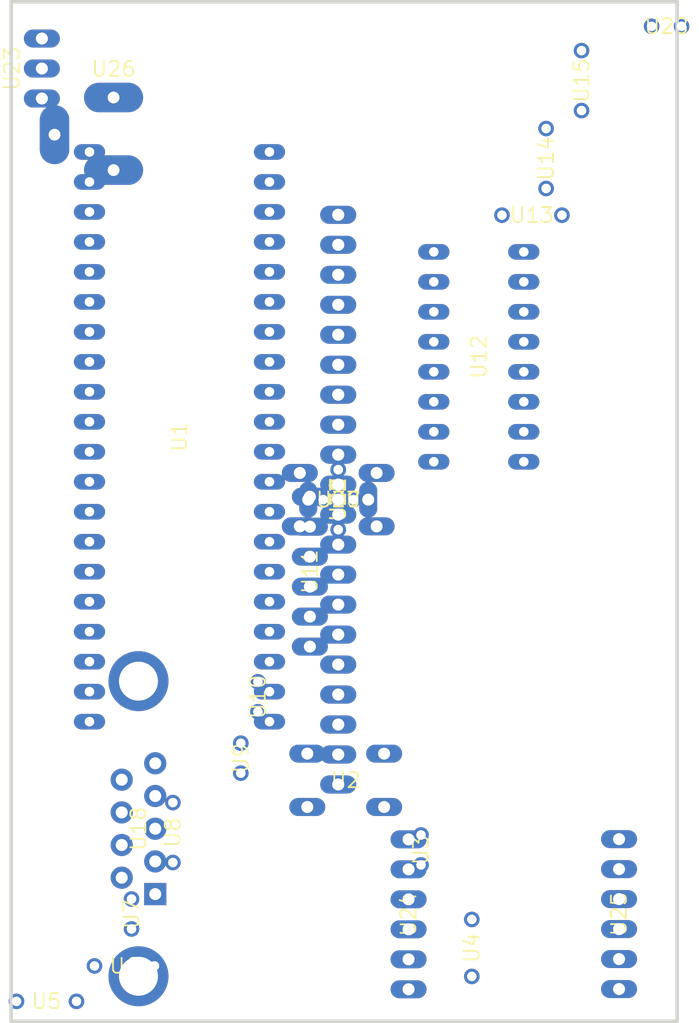
<source format=kicad_pcb>
 ( kicad_pcb  ( version 20171130 )
 ( host pcbnew "(5.1.4-0-10_14)" )
 ( general  ( thickness 1.6 )
 ( drawings 4 )
 ( tracks 0 )
 ( zones 0 )
 ( modules 36 )
 ( nets 71 )
)
 ( page A4 )
 ( layers  ( 0 Top signal )
 ( 31 Bottom signal )
 ( 32 B.Adhes user )
 ( 33 F.Adhes user )
 ( 34 B.Paste user )
 ( 35 F.Paste user )
 ( 36 B.SilkS user )
 ( 37 F.SilkS user )
 ( 38 B.Mask user )
 ( 39 F.Mask user )
 ( 40 Dwgs.User user )
 ( 41 Cmts.User user )
 ( 42 Eco1.User user )
 ( 43 Eco2.User user )
 ( 44 Edge.Cuts user )
 ( 45 Margin user )
 ( 46 B.CrtYd user )
 ( 47 F.CrtYd user )
 ( 48 B.Fab user )
 ( 49 F.Fab user )
)
 ( setup  ( last_trace_width 0.4064 )
 ( trace_clearance 0.2 )
 ( zone_clearance 0.508 )
 ( zone_45_only no )
 ( trace_min 0.2 )
 ( via_size 0.8 )
 ( via_drill 0.4 )
 ( via_min_size 0.4 )
 ( via_min_drill 0.3 )
 ( uvia_size 0.3 )
 ( uvia_drill 0.1 )
 ( uvias_allowed yes )
 ( uvia_min_size 0.2 )
 ( uvia_min_drill 0.1 )
 ( edge_width 0.05 )
 ( segment_width 0.2 )
 ( pcb_text_width 0.3 )
 ( pcb_text_size 1.5 1.5 )
 ( mod_edge_width 0.12 )
 ( mod_text_size 1 1 )
 ( mod_text_width 0.15 )
 ( pad_size 1.524 1.524 )
 ( pad_drill 0.762 )
 ( pad_to_mask_clearance 0.051 )
 ( solder_mask_min_width 0.25 )
 ( aux_axis_origin 0 0 )
 ( visible_elements 7FFFFFFF )
 ( pcbplotparams  ( layerselection 0x010fc_ffffffff )
 ( usegerberextensions false )
 ( usegerberattributes false )
 ( usegerberadvancedattributes false )
 ( creategerberjobfile false )
 ( excludeedgelayer true )
 ( linewidth 0.100000 )
 ( plotframeref false )
 ( viasonmask false )
 ( mode 1 )
 ( useauxorigin false )
 ( hpglpennumber 1 )
 ( hpglpenspeed 20 )
 ( hpglpendiameter 15.000000 )
 ( psnegative false )
 ( psa4output false )
 ( plotreference true )
 ( plotvalue true )
 ( plotinvisibletext false )
 ( padsonsilk false )
 ( subtractmaskfromsilk false )
 ( outputformat 1 )
 ( mirror false )
 ( drillshape 1 )
 ( scaleselection 1 )
 ( outputdirectory "" )
)
)
 ( net 0 "" )
 ( net 1 "Net-(IC3-Pad40)" )
 ( net 2 "Net-(IC3-Pad39)" )
 ( net 3 "Net-(IC3-Pad38)" )
 ( net 4 "Net-(IC3-Pad37)" )
 ( net 5 "Net-(IC3-Pad36)" )
 ( net 6 "Net-(IC3-Pad35)" )
 ( net 7 /MRF_INT )
 ( net 8 "Net-(IC3-Pad33)" )
 ( net 9 /3.3V_SRC )
 ( net 10 GND )
 ( net 11 "Net-(IC3-Pad30)" )
 ( net 12 "Net-(IC3-Pad29)" )
 ( net 13 "Net-(IC3-Pad28)" )
 ( net 14 "Net-(IC3-Pad27)" )
 ( net 15 /N$17 )
 ( net 16 /N$21 )
 ( net 17 /MRF_SDO )
 ( net 18 /MRF_SDI )
 ( net 19 "Net-(IC3-Pad22)" )
 ( net 20 "Net-(IC3-Pad21)" )
 ( net 21 "Net-(IC3-Pad20)" )
 ( net 22 "Net-(IC3-Pad19)" )
 ( net 23 /MRF_SCK )
 ( net 24 /MRF_CS )
 ( net 25 /MRF_WAKE )
 ( net 26 /MRF_RESET )
 ( net 27 /OSC2 )
 ( net 28 /OS1 )
 ( net 29 "Net-(IC3-Pad10)" )
 ( net 30 "Net-(IC3-Pad9)" )
 ( net 31 "Net-(IC3-Pad8)" )
 ( net 32 "Net-(IC3-Pad7)" )
 ( net 33 "Net-(IC3-Pad6)" )
 ( net 34 "Net-(IC3-Pad5)" )
 ( net 35 "Net-(IC3-Pad4)" )
 ( net 36 "Net-(IC3-Pad3)" )
 ( net 37 "Net-(IC3-Pad2)" )
 ( net 38 "Net-(IC3-Pad1)" )
 ( net 39 "Net-(S1-Pad4)" )
 ( net 40 "Net-(S1-Pad2)" )
 ( net 41 "Net-(C6-Pad1)" )
 ( net 42 "Net-(LED3-PadA)" )
 ( net 43 "Net-(R5-Pad1)" )
 ( net 44 "Net-(JP3-Pad6)" )
 ( net 45 "Net-(IC2-Pad14)" )
 ( net 46 "Net-(IC2-Pad13)" )
 ( net 47 "Net-(IC2-Pad12)" )
 ( net 48 "Net-(IC2-Pad11)" )
 ( net 49 "Net-(C5-Pad2)" )
 ( net 50 "Net-(C2-Pad2)" )
 ( net 51 "Net-(C5-Pad1)" )
 ( net 52 "Net-(C4-Pad2)" )
 ( net 53 "Net-(IC2-Pad8)" )
 ( net 54 "Net-(IC2-Pad7)" )
 ( net 55 "Net-(C1-Pad1)" )
 ( net 56 "Net-(C4-Pad1)" )
 ( net 57 "Net-(X1-Pad9)" )
 ( net 58 "Net-(X1-Pad7)" )
 ( net 59 "Net-(X1-Pad1)" )
 ( net 60 "Net-(IC4-Pad1)" )
 ( net 61 "Net-(R8-Pad1)" )
 ( net 62 "Net-(JP4-Pad4)" )
 ( net 63 "Net-(X3-Pad3)" )
 ( net 64 "Net-(LED1-PadA)" )
 ( net 65 "Net-(R2-Pad1)" )
 ( net 66 "Net-(R6-Pad1)" )
 ( net 67 "Net-(LED2-PadA)" )
 ( net 68 "Net-(R1-Pad1)" )
 ( net 69 "Net-(S2-Pad4)" )
 ( net 70 "Net-(S2-Pad2)" )
 ( net_class Default "This is the default net class."  ( clearance 0.2 )
 ( trace_width 0.4064 )
 ( via_dia 0.8 )
 ( via_drill 0.4 )
 ( uvia_dia 0.3 )
 ( uvia_drill 0.1 )
 ( add_net /3.3V_SRC )
 ( add_net /MRF_CS )
 ( add_net /MRF_INT )
 ( add_net /MRF_RESET )
 ( add_net /MRF_SCK )
 ( add_net /MRF_SDI )
 ( add_net /MRF_SDO )
 ( add_net /MRF_WAKE )
 ( add_net /N$17 )
 ( add_net /N$21 )
 ( add_net /OS1 )
 ( add_net /OSC2 )
 ( add_net GND )
 ( add_net "Net-(C1-Pad1)" )
 ( add_net "Net-(C2-Pad2)" )
 ( add_net "Net-(C4-Pad1)" )
 ( add_net "Net-(C4-Pad2)" )
 ( add_net "Net-(C5-Pad1)" )
 ( add_net "Net-(C5-Pad2)" )
 ( add_net "Net-(C6-Pad1)" )
 ( add_net "Net-(IC2-Pad11)" )
 ( add_net "Net-(IC2-Pad12)" )
 ( add_net "Net-(IC2-Pad13)" )
 ( add_net "Net-(IC2-Pad14)" )
 ( add_net "Net-(IC2-Pad7)" )
 ( add_net "Net-(IC2-Pad8)" )
 ( add_net "Net-(IC3-Pad1)" )
 ( add_net "Net-(IC3-Pad10)" )
 ( add_net "Net-(IC3-Pad19)" )
 ( add_net "Net-(IC3-Pad2)" )
 ( add_net "Net-(IC3-Pad20)" )
 ( add_net "Net-(IC3-Pad21)" )
 ( add_net "Net-(IC3-Pad22)" )
 ( add_net "Net-(IC3-Pad27)" )
 ( add_net "Net-(IC3-Pad28)" )
 ( add_net "Net-(IC3-Pad29)" )
 ( add_net "Net-(IC3-Pad3)" )
 ( add_net "Net-(IC3-Pad30)" )
 ( add_net "Net-(IC3-Pad33)" )
 ( add_net "Net-(IC3-Pad35)" )
 ( add_net "Net-(IC3-Pad36)" )
 ( add_net "Net-(IC3-Pad37)" )
 ( add_net "Net-(IC3-Pad38)" )
 ( add_net "Net-(IC3-Pad39)" )
 ( add_net "Net-(IC3-Pad4)" )
 ( add_net "Net-(IC3-Pad40)" )
 ( add_net "Net-(IC3-Pad5)" )
 ( add_net "Net-(IC3-Pad6)" )
 ( add_net "Net-(IC3-Pad7)" )
 ( add_net "Net-(IC3-Pad8)" )
 ( add_net "Net-(IC3-Pad9)" )
 ( add_net "Net-(IC4-Pad1)" )
 ( add_net "Net-(JP3-Pad6)" )
 ( add_net "Net-(JP4-Pad4)" )
 ( add_net "Net-(LED1-PadA)" )
 ( add_net "Net-(LED2-PadA)" )
 ( add_net "Net-(LED3-PadA)" )
 ( add_net "Net-(R1-Pad1)" )
 ( add_net "Net-(R2-Pad1)" )
 ( add_net "Net-(R5-Pad1)" )
 ( add_net "Net-(R6-Pad1)" )
 ( add_net "Net-(R8-Pad1)" )
 ( add_net "Net-(S1-Pad2)" )
 ( add_net "Net-(S1-Pad4)" )
 ( add_net "Net-(S2-Pad2)" )
 ( add_net "Net-(S2-Pad4)" )
 ( add_net "Net-(X1-Pad1)" )
 ( add_net "Net-(X1-Pad7)" )
 ( add_net "Net-(X1-Pad9)" )
 ( add_net "Net-(X3-Pad3)" )
)
 ( module picDevBoard:317TS  ( layer Top )
 ( tedit 5DD22436 )
 ( tstamp 5DC8E7E0 )
 ( at 122.909500 67.476000 90.000000 )
 ( descr "<b>VOLTAGE REGULATOR</b>" )
 ( path /FA55F29D )
 ( fp_text reference U23  ( at 0 -2.54 90 )
 ( layer F.SilkS )
 ( effects  ( font  ( size 1.27 1.27 )
 ( thickness 0.15 )
)
)
)
 ( fp_text value ""  ( at 0 -2.54 90 )
 ( layer F.SilkS )
 ( effects  ( font  ( size 1.27 1.27 )
 ( thickness 0.15 )
)
)
)
 ( fp_poly  ( pts  ( xy -5.4 -2.54 )
 ( xy -5.4 1.96 )
 ( xy 5.2 1.96 )
 ( xy 5.2 -2.54 )
)
 ( layer F.CrtYd )
 ( width 0.1 )
)
 ( fp_poly  ( pts  ( xy -3.4 -1.54 )
 ( xy -3.4 1.56 )
 ( xy 3.4 1.56 )
 ( xy 3.4 -1.54 )
)
 ( layer B.CrtYd )
 ( width 0.1 )
)
 ( pad 3 thru_hole oval  ( at 2.54 0 180.000000 )
 ( size 3.048 1.524 )
 ( drill 1.016 )
 ( layers *.Cu *.Mask )
 ( net 41 "Net-(C6-Pad1)" )
 ( solder_mask_margin 0.1016 )
)
 ( pad 2 thru_hole oval  ( at 0 0 180.000000 )
 ( size 3.048 1.524 )
 ( drill 1.016 )
 ( layers *.Cu *.Mask )
 ( net 9 /3.3V_SRC )
 ( solder_mask_margin 0.1016 )
)
 ( pad 1 thru_hole oval  ( at -2.54 0 180.000000 )
 ( size 3.048 1.524 )
 ( drill 1.016 )
 ( layers *.Cu *.Mask )
 ( net 60 "Net-(IC4-Pad1)" )
 ( solder_mask_margin 0.1016 )
)
)
 ( module picDevBoard:733980-62 locked  ( layer Top )
 ( tedit 5DD23BA9 )
 ( tstamp 5DC8E86D )
 ( at 128.979600 70.051600 180.000000 )
 ( descr "<b>DC POWER JACK</b><p>\nDC20-09 (2.0 mm Center Pin)<br>\nDC25-09 (2.5 mm Center Pin)<br>\nSource: http://www2.produktinfo.conrad.com/datenblaetter/725000-749999/733980-da-01-en-Printbuchse_mit_Schaltkontakt_2mm.pdf" )
 ( path /D0EFEB30 )
 ( fp_text reference U26  ( at 0 2.54 180 )
 ( layer F.SilkS )
 ( effects  ( font  ( size 1.27 1.27 )
 ( thickness 0.15 )
)
)
)
 ( fp_text value ""  ( at 0 2.54 180 )
 ( layer F.SilkS )
 ( effects  ( font  ( size 1.27 1.27 )
 ( thickness 0.15 )
)
)
)
 ( fp_poly  ( pts  ( xy -4.4 -6.26 )
 ( xy 4.4 -6.26 )
 ( xy 4.4 7.64 )
 ( xy -4.4 7.64 )
)
 ( layer F.CrtYd )
 ( width 0.1 )
)
 ( pad 3 thru_hole oval  ( at 5 -3.03 270.000000 )
 ( size 5 2.5 )
 ( drill 1 )
 ( layers *.Cu *.Mask )
 ( net 63 "Net-(X3-Pad3)" )
 ( solder_mask_margin 0.1016 )
)
 ( pad 1 thru_hole oval  ( at 0 -6.03 180.000000 )
 ( size 5 2.5 )
 ( drill 1 )
 ( layers *.Cu *.Mask )
 ( net 10 GND )
 ( solder_mask_margin 0.1016 )
)
 ( pad 2 thru_hole oval  ( at 0 0.12 180.000000 )
 ( size 5 2.5 )
 ( drill 1 )
 ( layers *.Cu *.Mask )
 ( net 41 "Net-(C6-Pad1)" )
 ( solder_mask_margin 0.1016 )
)
)
 ( module picDevBoard:DB9 locked  ( layer Top )
 ( tedit 5DD22E40 )
 ( tstamp 5DC8E78D )
 ( at 127.912800 131.875200 90.000000 )
 ( descr <b>SUB-D</b> )
 ( path /8679BB61 )
 ( fp_text reference U18  ( at 0 3.175 90 )
 ( layer F.SilkS )
 ( effects  ( font  ( size 1.27 1.27 )
 ( thickness 0.15 )
)
)
)
 ( fp_text value ""  ( at 0 3.175 90 )
 ( layer F.SilkS )
 ( effects  ( font  ( size 1.27 1.27 )
 ( thickness 0.15 )
)
)
)
 ( fp_poly  ( pts  ( xy -15.6 -6.525 )
 ( xy 15.6 -6.525 )
 ( xy 15.6 6.175 )
 ( xy -15.6 6.175 )
)
 ( layer F.CrtYd )
 ( width 0.1 )
)
 ( pad G2 thru_hole circle  ( at 12.5 3.175 90.000000 )
 ( size 5.08 5.08 )
 ( drill 3.302 )
 ( layers *.Cu *.Mask )
 ( solder_mask_margin 0.1016 )
)
 ( pad G1 thru_hole circle  ( at -12.5 3.175 90.000000 )
 ( size 5.08 5.08 )
 ( drill 3.302 )
 ( layers *.Cu *.Mask )
 ( solder_mask_margin 0.1016 )
)
 ( pad 9 thru_hole circle  ( at 4.15 1.755 90.000000 )
 ( size 1.8796 1.8796 )
 ( drill 1.016 )
 ( layers *.Cu *.Mask )
 ( net 57 "Net-(X1-Pad9)" )
 ( solder_mask_margin 0.1016 )
)
 ( pad 8 thru_hole circle  ( at 1.38 1.755 90.000000 )
 ( size 1.8796 1.8796 )
 ( drill 1.016 )
 ( layers *.Cu *.Mask )
 ( net 58 "Net-(X1-Pad7)" )
 ( solder_mask_margin 0.1016 )
)
 ( pad 7 thru_hole circle  ( at -1.38 1.755 90.000000 )
 ( size 1.8796 1.8796 )
 ( drill 1.016 )
 ( layers *.Cu *.Mask )
 ( net 58 "Net-(X1-Pad7)" )
 ( solder_mask_margin 0.1016 )
)
 ( pad 6 thru_hole circle  ( at -4.15 1.755 90.000000 )
 ( size 1.8796 1.8796 )
 ( drill 1.016 )
 ( layers *.Cu *.Mask )
 ( net 59 "Net-(X1-Pad1)" )
 ( solder_mask_margin 0.1016 )
)
 ( pad 5 thru_hole circle  ( at 5.54 4.595 90.000000 )
 ( size 1.8796 1.8796 )
 ( drill 1.016 )
 ( layers *.Cu *.Mask )
 ( net 10 GND )
 ( solder_mask_margin 0.1016 )
)
 ( pad 4 thru_hole circle  ( at 2.77 4.595 90.000000 )
 ( size 1.8796 1.8796 )
 ( drill 1.016 )
 ( layers *.Cu *.Mask )
 ( net 59 "Net-(X1-Pad1)" )
 ( solder_mask_margin 0.1016 )
)
 ( pad 3 thru_hole circle  ( at 0 4.595 90.000000 )
 ( size 1.8796 1.8796 )
 ( drill 1.016 )
 ( layers *.Cu *.Mask )
 ( net 53 "Net-(IC2-Pad8)" )
 ( solder_mask_margin 0.1016 )
)
 ( pad 2 thru_hole circle  ( at -2.77 4.595 90.000000 )
 ( size 1.8796 1.8796 )
 ( drill 1.016 )
 ( layers *.Cu *.Mask )
 ( net 54 "Net-(IC2-Pad7)" )
 ( solder_mask_margin 0.1016 )
)
 ( pad 1 thru_hole rect  ( at -5.54 4.595 90.000000 )
 ( size 1.8796 1.8796 )
 ( drill 1.016 )
 ( layers *.Cu *.Mask )
 ( net 59 "Net-(X1-Pad1)" )
 ( solder_mask_margin 0.1016 )
)
)
 ( module picDevBoard:DIL40  ( layer Top )
 ( tedit 5DD232E6 )
 ( tstamp 5DC8E5C7 )
 ( at 134.559500 98.676000 270.000000 )
 ( descr "<B>Dual In Line</B><p>\npackage type P" )
 ( path /B686635D )
 ( fp_text reference U1  ( at 0 0 270 )
 ( layer F.SilkS )
 ( effects  ( font  ( size 1.27 1.27 )
 ( thickness 0.15 )
)
)
)
 ( fp_text value ""  ( at 0 0 270 )
 ( layer F.SilkS )
 ( effects  ( font  ( size 1.27 1.27 )
 ( thickness 0.15 )
)
)
)
 ( fp_poly  ( pts  ( xy -25.5 -9 )
 ( xy 25.5 -9 )
 ( xy 25.5 9 )
 ( xy -25.5 9 )
)
 ( layer F.CrtYd )
 ( width 0.1 )
)
 ( pad 40 thru_hole oval  ( at -24.13 -7.62 )
 ( size 2.6416 1.3208 )
 ( drill 0.8128 )
 ( layers *.Cu *.Mask )
 ( net 1 "Net-(IC3-Pad40)" )
 ( solder_mask_margin 0.1016 )
)
 ( pad 39 thru_hole oval  ( at -21.59 -7.62 )
 ( size 2.6416 1.3208 )
 ( drill 0.8128 )
 ( layers *.Cu *.Mask )
 ( net 2 "Net-(IC3-Pad39)" )
 ( solder_mask_margin 0.1016 )
)
 ( pad 38 thru_hole oval  ( at -19.05 -7.62 )
 ( size 2.6416 1.3208 )
 ( drill 0.8128 )
 ( layers *.Cu *.Mask )
 ( net 3 "Net-(IC3-Pad38)" )
 ( solder_mask_margin 0.1016 )
)
 ( pad 37 thru_hole oval  ( at -16.51 -7.62 )
 ( size 2.6416 1.3208 )
 ( drill 0.8128 )
 ( layers *.Cu *.Mask )
 ( net 4 "Net-(IC3-Pad37)" )
 ( solder_mask_margin 0.1016 )
)
 ( pad 36 thru_hole oval  ( at -13.97 -7.62 )
 ( size 2.6416 1.3208 )
 ( drill 0.8128 )
 ( layers *.Cu *.Mask )
 ( net 5 "Net-(IC3-Pad36)" )
 ( solder_mask_margin 0.1016 )
)
 ( pad 35 thru_hole oval  ( at -11.43 -7.62 )
 ( size 2.6416 1.3208 )
 ( drill 0.8128 )
 ( layers *.Cu *.Mask )
 ( net 6 "Net-(IC3-Pad35)" )
 ( solder_mask_margin 0.1016 )
)
 ( pad 34 thru_hole oval  ( at -8.89 -7.62 )
 ( size 2.6416 1.3208 )
 ( drill 0.8128 )
 ( layers *.Cu *.Mask )
 ( net 7 /MRF_INT )
 ( solder_mask_margin 0.1016 )
)
 ( pad 33 thru_hole oval  ( at -6.35 -7.62 )
 ( size 2.6416 1.3208 )
 ( drill 0.8128 )
 ( layers *.Cu *.Mask )
 ( net 8 "Net-(IC3-Pad33)" )
 ( solder_mask_margin 0.1016 )
)
 ( pad 32 thru_hole oval  ( at -3.81 -7.62 )
 ( size 2.6416 1.3208 )
 ( drill 0.8128 )
 ( layers *.Cu *.Mask )
 ( net 9 /3.3V_SRC )
 ( solder_mask_margin 0.1016 )
)
 ( pad 31 thru_hole oval  ( at -1.27 -7.62 )
 ( size 2.6416 1.3208 )
 ( drill 0.8128 )
 ( layers *.Cu *.Mask )
 ( net 10 GND )
 ( solder_mask_margin 0.1016 )
)
 ( pad 30 thru_hole oval  ( at 1.27 -7.62 )
 ( size 2.6416 1.3208 )
 ( drill 0.8128 )
 ( layers *.Cu *.Mask )
 ( net 11 "Net-(IC3-Pad30)" )
 ( solder_mask_margin 0.1016 )
)
 ( pad 29 thru_hole oval  ( at 3.81 -7.62 )
 ( size 2.6416 1.3208 )
 ( drill 0.8128 )
 ( layers *.Cu *.Mask )
 ( net 12 "Net-(IC3-Pad29)" )
 ( solder_mask_margin 0.1016 )
)
 ( pad 28 thru_hole oval  ( at 6.35 -7.62 )
 ( size 2.6416 1.3208 )
 ( drill 0.8128 )
 ( layers *.Cu *.Mask )
 ( net 13 "Net-(IC3-Pad28)" )
 ( solder_mask_margin 0.1016 )
)
 ( pad 27 thru_hole oval  ( at 8.89 -7.62 )
 ( size 2.6416 1.3208 )
 ( drill 0.8128 )
 ( layers *.Cu *.Mask )
 ( net 14 "Net-(IC3-Pad27)" )
 ( solder_mask_margin 0.1016 )
)
 ( pad 26 thru_hole oval  ( at 11.43 -7.62 )
 ( size 2.6416 1.3208 )
 ( drill 0.8128 )
 ( layers *.Cu *.Mask )
 ( net 15 /N$17 )
 ( solder_mask_margin 0.1016 )
)
 ( pad 25 thru_hole oval  ( at 13.97 -7.62 )
 ( size 2.6416 1.3208 )
 ( drill 0.8128 )
 ( layers *.Cu *.Mask )
 ( net 16 /N$21 )
 ( solder_mask_margin 0.1016 )
)
 ( pad 24 thru_hole oval  ( at 16.51 -7.62 )
 ( size 2.6416 1.3208 )
 ( drill 0.8128 )
 ( layers *.Cu *.Mask )
 ( net 17 /MRF_SDO )
 ( solder_mask_margin 0.1016 )
)
 ( pad 23 thru_hole oval  ( at 19.05 -7.62 )
 ( size 2.6416 1.3208 )
 ( drill 0.8128 )
 ( layers *.Cu *.Mask )
 ( net 18 /MRF_SDI )
 ( solder_mask_margin 0.1016 )
)
 ( pad 22 thru_hole oval  ( at 21.59 -7.62 )
 ( size 2.6416 1.3208 )
 ( drill 0.8128 )
 ( layers *.Cu *.Mask )
 ( net 19 "Net-(IC3-Pad22)" )
 ( solder_mask_margin 0.1016 )
)
 ( pad 21 thru_hole oval  ( at 24.13 -7.62 )
 ( size 2.6416 1.3208 )
 ( drill 0.8128 )
 ( layers *.Cu *.Mask )
 ( net 20 "Net-(IC3-Pad21)" )
 ( solder_mask_margin 0.1016 )
)
 ( pad 20 thru_hole oval  ( at 24.13 7.62 )
 ( size 2.6416 1.3208 )
 ( drill 0.8128 )
 ( layers *.Cu *.Mask )
 ( net 21 "Net-(IC3-Pad20)" )
 ( solder_mask_margin 0.1016 )
)
 ( pad 19 thru_hole oval  ( at 21.59 7.62 )
 ( size 2.6416 1.3208 )
 ( drill 0.8128 )
 ( layers *.Cu *.Mask )
 ( net 22 "Net-(IC3-Pad19)" )
 ( solder_mask_margin 0.1016 )
)
 ( pad 18 thru_hole oval  ( at 19.05 7.62 )
 ( size 2.6416 1.3208 )
 ( drill 0.8128 )
 ( layers *.Cu *.Mask )
 ( net 23 /MRF_SCK )
 ( solder_mask_margin 0.1016 )
)
 ( pad 17 thru_hole oval  ( at 16.51 7.62 )
 ( size 2.6416 1.3208 )
 ( drill 0.8128 )
 ( layers *.Cu *.Mask )
 ( net 24 /MRF_CS )
 ( solder_mask_margin 0.1016 )
)
 ( pad 16 thru_hole oval  ( at 13.97 7.62 )
 ( size 2.6416 1.3208 )
 ( drill 0.8128 )
 ( layers *.Cu *.Mask )
 ( net 25 /MRF_WAKE )
 ( solder_mask_margin 0.1016 )
)
 ( pad 15 thru_hole oval  ( at 11.43 7.62 )
 ( size 2.6416 1.3208 )
 ( drill 0.8128 )
 ( layers *.Cu *.Mask )
 ( net 26 /MRF_RESET )
 ( solder_mask_margin 0.1016 )
)
 ( pad 14 thru_hole oval  ( at 8.89 7.62 )
 ( size 2.6416 1.3208 )
 ( drill 0.8128 )
 ( layers *.Cu *.Mask )
 ( net 27 /OSC2 )
 ( solder_mask_margin 0.1016 )
)
 ( pad 13 thru_hole oval  ( at 6.35 7.62 )
 ( size 2.6416 1.3208 )
 ( drill 0.8128 )
 ( layers *.Cu *.Mask )
 ( net 28 /OS1 )
 ( solder_mask_margin 0.1016 )
)
 ( pad 12 thru_hole oval  ( at 3.81 7.62 )
 ( size 2.6416 1.3208 )
 ( drill 0.8128 )
 ( layers *.Cu *.Mask )
 ( net 10 GND )
 ( solder_mask_margin 0.1016 )
)
 ( pad 11 thru_hole oval  ( at 1.27 7.62 )
 ( size 2.6416 1.3208 )
 ( drill 0.8128 )
 ( layers *.Cu *.Mask )
 ( net 9 /3.3V_SRC )
 ( solder_mask_margin 0.1016 )
)
 ( pad 10 thru_hole oval  ( at -1.27 7.62 )
 ( size 2.6416 1.3208 )
 ( drill 0.8128 )
 ( layers *.Cu *.Mask )
 ( net 29 "Net-(IC3-Pad10)" )
 ( solder_mask_margin 0.1016 )
)
 ( pad 9 thru_hole oval  ( at -3.81 7.62 )
 ( size 2.6416 1.3208 )
 ( drill 0.8128 )
 ( layers *.Cu *.Mask )
 ( net 30 "Net-(IC3-Pad9)" )
 ( solder_mask_margin 0.1016 )
)
 ( pad 8 thru_hole oval  ( at -6.35 7.62 )
 ( size 2.6416 1.3208 )
 ( drill 0.8128 )
 ( layers *.Cu *.Mask )
 ( net 31 "Net-(IC3-Pad8)" )
 ( solder_mask_margin 0.1016 )
)
 ( pad 7 thru_hole oval  ( at -8.89 7.62 )
 ( size 2.6416 1.3208 )
 ( drill 0.8128 )
 ( layers *.Cu *.Mask )
 ( net 32 "Net-(IC3-Pad7)" )
 ( solder_mask_margin 0.1016 )
)
 ( pad 6 thru_hole oval  ( at -11.43 7.62 )
 ( size 2.6416 1.3208 )
 ( drill 0.8128 )
 ( layers *.Cu *.Mask )
 ( net 33 "Net-(IC3-Pad6)" )
 ( solder_mask_margin 0.1016 )
)
 ( pad 5 thru_hole oval  ( at -13.97 7.62 )
 ( size 2.6416 1.3208 )
 ( drill 0.8128 )
 ( layers *.Cu *.Mask )
 ( net 34 "Net-(IC3-Pad5)" )
 ( solder_mask_margin 0.1016 )
)
 ( pad 4 thru_hole oval  ( at -16.51 7.62 )
 ( size 2.6416 1.3208 )
 ( drill 0.8128 )
 ( layers *.Cu *.Mask )
 ( net 35 "Net-(IC3-Pad4)" )
 ( solder_mask_margin 0.1016 )
)
 ( pad 3 thru_hole oval  ( at -19.05 7.62 )
 ( size 2.6416 1.3208 )
 ( drill 0.8128 )
 ( layers *.Cu *.Mask )
 ( net 36 "Net-(IC3-Pad3)" )
 ( solder_mask_margin 0.1016 )
)
 ( pad 2 thru_hole oval  ( at -21.59 7.62 )
 ( size 2.6416 1.3208 )
 ( drill 0.8128 )
 ( layers *.Cu *.Mask )
 ( net 37 "Net-(IC3-Pad2)" )
 ( solder_mask_margin 0.1016 )
)
 ( pad 1 thru_hole oval  ( at -24.13 7.62 )
 ( size 2.6416 1.3208 )
 ( drill 0.8128 )
 ( layers *.Cu *.Mask )
 ( net 38 "Net-(IC3-Pad1)" )
 ( solder_mask_margin 0.1016 )
)
)
 ( module picDevBoard:B3F-10XX  ( layer Top )
 ( tedit 5DD22839 )
 ( tstamp 5DC8E5F8 )
 ( at 148.634700 127.776000 )
 ( descr "<b>OMRON SWITCH</b>" )
 ( path /788C9994 )
 ( fp_text reference U2  ( at 0 0 )
 ( layer F.SilkS )
 ( effects  ( font  ( size 1.27 1.27 )
 ( thickness 0.15 )
)
)
)
 ( fp_text value ""  ( at 0 0 )
 ( layer F.SilkS )
 ( effects  ( font  ( size 1.27 1.27 )
 ( thickness 0.15 )
)
)
)
 ( fp_poly  ( pts  ( xy -3.4 -3.2 )
 ( xy 3.4 -3.2 )
 ( xy 3.4 3.2 )
 ( xy -3.4 3.2 )
)
 ( layer F.CrtYd )
 ( width 0.1 )
)
 ( pad 4 thru_hole oval  ( at 3.2512 2.2606 )
 ( size 3.048 1.524 )
 ( drill 1.016 )
 ( layers *.Cu *.Mask )
 ( net 39 "Net-(S1-Pad4)" )
 ( solder_mask_margin 0.1016 )
)
 ( pad 2 thru_hole oval  ( at 3.2512 -2.2606 )
 ( size 3.048 1.524 )
 ( drill 1.016 )
 ( layers *.Cu *.Mask )
 ( net 40 "Net-(S1-Pad2)" )
 ( solder_mask_margin 0.1016 )
)
 ( pad 3 thru_hole oval  ( at -3.2512 2.2606 )
 ( size 3.048 1.524 )
 ( drill 1.016 )
 ( layers *.Cu *.Mask )
 ( net 38 "Net-(IC3-Pad1)" )
 ( solder_mask_margin 0.1016 )
)
 ( pad 1 thru_hole oval  ( at -3.2512 -2.2606 )
 ( size 3.048 1.524 )
 ( drill 1.016 )
 ( layers *.Cu *.Mask )
 ( net 10 GND )
 ( solder_mask_margin 0.1016 )
)
)
 ( module picDevBoard:C025-024X044  ( layer Top )
 ( tedit 5DD22892 )
 ( tstamp 5DC8E635 )
 ( at 155.009900 133.676000 270.000000 )
 ( descr "<b>CAPACITOR</b><p>\ngrid 2.5 mm, outline 2.4 x 4.4 mm" )
 ( path /2F4B506D )
 ( fp_text reference U3  ( at 0 0 270 )
 ( layer F.SilkS )
 ( effects  ( font  ( size 1.27 1.27 )
 ( thickness 0.15 )
)
)
)
 ( fp_text value ""  ( at 0 0 270 )
 ( layer F.SilkS )
 ( effects  ( font  ( size 1.27 1.27 )
 ( thickness 0.15 )
)
)
)
 ( fp_poly  ( pts  ( xy -2.3 -1.3 )
 ( xy 2.3 -1.3 )
 ( xy 2.3 1.3 )
 ( xy -2.3 1.3 )
)
 ( layer F.CrtYd )
 ( width 0.1 )
)
 ( pad 2 thru_hole circle  ( at 1.27 0 270.000000 )
 ( size 1.3208 1.3208 )
 ( drill 0.8128 )
 ( layers *.Cu *.Mask )
 ( net 10 GND )
 ( solder_mask_margin 0.1016 )
)
 ( pad 1 thru_hole circle  ( at -1.27 0 270.000000 )
 ( size 1.3208 1.3208 )
 ( drill 0.8128 )
 ( layers *.Cu *.Mask )
 ( net 9 /3.3V_SRC )
 ( solder_mask_margin 0.1016 )
)
)
 ( module picDevBoard:HC49_S  ( layer Top )
 ( tedit 5DD2361A )
 ( tstamp 5DC8E646 )
 ( at 159.309900 141.976000 270.000000 )
 ( descr <b>CRYSTAL</b> )
 ( path /22BC07EB )
 ( fp_text reference U4  ( at 0 0 270 )
 ( layer F.SilkS )
 ( effects  ( font  ( size 1.27 1.27 )
 ( thickness 0.15 )
)
)
)
 ( fp_text value ""  ( at 0 0 270 )
 ( layer F.SilkS )
 ( effects  ( font  ( size 1.27 1.27 )
 ( thickness 0.15 )
)
)
)
 ( fp_poly  ( pts  ( xy -5.6 -2.6 )
 ( xy 5.6 -2.6 )
 ( xy 5.6 2.6 )
 ( xy -5.6 2.6 )
)
 ( layer F.CrtYd )
 ( width 0.1 )
)
 ( pad 1 thru_hole circle  ( at -2.413 0 270.000000 )
 ( size 1.3208 1.3208 )
 ( drill 0.8128 )
 ( layers *.Cu *.Mask )
 ( net 28 /OS1 )
 ( solder_mask_margin 0.1016 )
)
 ( pad 2 thru_hole circle  ( at 2.413 0 270.000000 )
 ( size 1.3208 1.3208 )
 ( drill 0.8128 )
 ( layers *.Cu *.Mask )
 ( net 27 /OSC2 )
 ( solder_mask_margin 0.1016 )
)
)
 ( module picDevBoard:C050-024X044  ( layer Top )
 ( tedit 5DD22909 )
 ( tstamp 5DC8E662 )
 ( at 123.300400 146.500000 180.000000 )
 ( descr "<b>CAPACITOR</b><p>\ngrid 5 mm, outline 2.4 x 4.4 mm" )
 ( path /E6471815 )
 ( fp_text reference U5  ( at 0 0 180 )
 ( layer F.SilkS )
 ( effects  ( font  ( size 1.27 1.27 )
 ( thickness 0.15 )
)
)
)
 ( fp_text value ""  ( at 0 0 180 )
 ( layer F.SilkS )
 ( effects  ( font  ( size 1.27 1.27 )
 ( thickness 0.15 )
)
)
)
 ( fp_poly  ( pts  ( xy -2.3 -1.3 )
 ( xy -2.3 1.3 )
 ( xy 2.3 1.3 )
 ( xy 2.3 -1.3 )
)
 ( layer F.CrtYd )
 ( width 0.1 )
)
 ( pad 2 thru_hole circle  ( at 2.54 0 180.000000 )
 ( size 1.3208 1.3208 )
 ( drill 0.8128 )
 ( layers *.Cu *.Mask )
 ( net 10 GND )
 ( solder_mask_margin 0.1016 )
)
 ( pad 1 thru_hole circle  ( at -2.54 0 180.000000 )
 ( size 1.3208 1.3208 )
 ( drill 0.8128 )
 ( layers *.Cu *.Mask )
 ( net 28 /OS1 )
 ( solder_mask_margin 0.1016 )
)
)
 ( module picDevBoard:C050-024X044  ( layer Top )
 ( tedit 5DD22909 )
 ( tstamp 5DC8E677 )
 ( at 129.901200 143.500000 180.000000 )
 ( descr "<b>CAPACITOR</b><p>\ngrid 5 mm, outline 2.4 x 4.4 mm" )
 ( path /DC2BCD37 )
 ( fp_text reference U6  ( at 0 0 180 )
 ( layer F.SilkS )
 ( effects  ( font  ( size 1.27 1.27 )
 ( thickness 0.15 )
)
)
)
 ( fp_text value ""  ( at 0 0 180 )
 ( layer F.SilkS )
 ( effects  ( font  ( size 1.27 1.27 )
 ( thickness 0.15 )
)
)
)
 ( fp_poly  ( pts  ( xy -2.3 -1.3 )
 ( xy -2.3 1.3 )
 ( xy 2.3 1.3 )
 ( xy 2.3 -1.3 )
)
 ( layer F.CrtYd )
 ( width 0.1 )
)
 ( pad 2 thru_hole circle  ( at 2.54 0 180.000000 )
 ( size 1.3208 1.3208 )
 ( drill 0.8128 )
 ( layers *.Cu *.Mask )
 ( net 10 GND )
 ( solder_mask_margin 0.1016 )
)
 ( pad 1 thru_hole circle  ( at -2.54 0 180.000000 )
 ( size 1.3208 1.3208 )
 ( drill 0.8128 )
 ( layers *.Cu *.Mask )
 ( net 27 /OSC2 )
 ( solder_mask_margin 0.1016 )
)
)
 ( module picDevBoard:V526-0  ( layer Top )
 ( tedit 5DD23A48 )
 ( tstamp 5DC8E68C )
 ( at 130.500800 139.100000 270.000000 )
 ( descr "<b>RESISTOR</b><p>\ntype V526-0, grid 2.5 mm" )
 ( path /BA9F59F4 )
 ( fp_text reference U7  ( at 0 0 270 )
 ( layer F.SilkS )
 ( effects  ( font  ( size 1.27 1.27 )
 ( thickness 0.15 )
)
)
)
 ( fp_text value ""  ( at 0 0 270 )
 ( layer F.SilkS )
 ( effects  ( font  ( size 1.27 1.27 )
 ( thickness 0.15 )
)
)
)
 ( fp_poly  ( pts  ( xy -2.7 -1.1 )
 ( xy 2.7 -1.1 )
 ( xy 2.7 1.1 )
 ( xy -2.7 1.1 )
)
 ( layer F.CrtYd )
 ( width 0.1 )
)
 ( pad 2 thru_hole circle  ( at 1.27 0 270.000000 )
 ( size 1.3208 1.3208 )
 ( drill 0.8128 )
 ( layers *.Cu *.Mask )
 ( net 38 "Net-(IC3-Pad1)" )
 ( solder_mask_margin 0.1016 )
)
 ( pad 1 thru_hole circle  ( at -1.27 0 270.000000 )
 ( size 1.3208 1.3208 )
 ( drill 0.8128 )
 ( layers *.Cu *.Mask )
 ( net 9 /3.3V_SRC )
 ( solder_mask_margin 0.1016 )
)
)
 ( module picDevBoard:C050-025X075  ( layer Top )
 ( tedit 5DD22973 )
 ( tstamp 5DC8E699 )
 ( at 134.000800 132.200000 270.000000 )
 ( descr "<b>CAPACITOR</b><p>\ngrid 5 mm, outline 2.5 x 7.5 mm" )
 ( path /6DF0E31E )
 ( fp_text reference U8  ( at 0 0 270 )
 ( layer F.SilkS )
 ( effects  ( font  ( size 1.27 1.27 )
 ( thickness 0.15 )
)
)
)
 ( fp_text value ""  ( at 0 0 270 )
 ( layer F.SilkS )
 ( effects  ( font  ( size 1.27 1.27 )
 ( thickness 0.15 )
)
)
)
 ( fp_poly  ( pts  ( xy -3.8 -1.4 )
 ( xy 3.8 -1.4 )
 ( xy 3.8 1.4 )
 ( xy -3.8 1.4 )
)
 ( layer F.CrtYd )
 ( width 0.1 )
)
 ( pad 2 thru_hole circle  ( at 2.54 0 270.000000 )
 ( size 1.3208 1.3208 )
 ( drill 0.8128 )
 ( layers *.Cu *.Mask )
 ( net 10 GND )
 ( solder_mask_margin 0.1016 )
)
 ( pad 1 thru_hole circle  ( at -2.54 0 270.000000 )
 ( size 1.3208 1.3208 )
 ( drill 0.8128 )
 ( layers *.Cu *.Mask )
 ( net 41 "Net-(C6-Pad1)" )
 ( solder_mask_margin 0.1016 )
)
)
 ( module picDevBoard:LED3MM  ( layer Top )
 ( tedit 5DD2369D )
 ( tstamp 5DC8E6AC )
 ( at 139.750800 125.900000 270.000000 )
 ( descr "<B>LED</B><p>\n3 mm, round" )
 ( path /E9052FDA )
 ( fp_text reference U9  ( at 0 0 270 )
 ( layer F.SilkS )
 ( effects  ( font  ( size 1.27 1.27 )
 ( thickness 0.15 )
)
)
)
 ( fp_text value ""  ( at 0 0 270 )
 ( layer F.SilkS )
 ( effects  ( font  ( size 1.27 1.27 )
 ( thickness 0.15 )
)
)
)
 ( fp_poly  ( pts  ( xy -2.2 -2.2 )
 ( xy 2 -2.2 )
 ( xy 2 2.3 )
 ( xy -2.2 2.3 )
)
 ( layer F.CrtYd )
 ( width 0.1 )
)
 ( pad K thru_hole circle  ( at 1.27 0 270.000000 )
 ( size 1.3208 1.3208 )
 ( drill 0.8128 )
 ( layers *.Cu *.Mask )
 ( net 10 GND )
 ( solder_mask_margin 0.1016 )
)
 ( pad A thru_hole circle  ( at -1.27 0 270.000000 )
 ( size 1.3208 1.3208 )
 ( drill 0.8128 )
 ( layers *.Cu *.Mask )
 ( net 42 "Net-(LED3-PadA)" )
 ( solder_mask_margin 0.1016 )
)
)
 ( module picDevBoard:V526-0  ( layer Top )
 ( tedit 5DD23A48 )
 ( tstamp 5DC8E6C4 )
 ( at 141.200800 120.700000 270.000000 )
 ( descr "<b>RESISTOR</b><p>\ntype V526-0, grid 2.5 mm" )
 ( path /1A59B195 )
 ( fp_text reference U10  ( at 0 0 270 )
 ( layer F.SilkS )
 ( effects  ( font  ( size 1.27 1.27 )
 ( thickness 0.15 )
)
)
)
 ( fp_text value ""  ( at 0 0 270 )
 ( layer F.SilkS )
 ( effects  ( font  ( size 1.27 1.27 )
 ( thickness 0.15 )
)
)
)
 ( fp_poly  ( pts  ( xy -2.7 -1.1 )
 ( xy 2.7 -1.1 )
 ( xy 2.7 1.1 )
 ( xy -2.7 1.1 )
)
 ( layer F.CrtYd )
 ( width 0.1 )
)
 ( pad 2 thru_hole circle  ( at 1.27 0 270.000000 )
 ( size 1.3208 1.3208 )
 ( drill 0.8128 )
 ( layers *.Cu *.Mask )
 ( net 42 "Net-(LED3-PadA)" )
 ( solder_mask_margin 0.1016 )
)
 ( pad 1 thru_hole circle  ( at -1.27 0 270.000000 )
 ( size 1.3208 1.3208 )
 ( drill 0.8128 )
 ( layers *.Cu *.Mask )
 ( net 43 "Net-(R5-Pad1)" )
 ( solder_mask_margin 0.1016 )
)
)
 ( module picDevBoard:1X06  ( layer Top )
 ( tedit 5DD23AD1 )
 ( tstamp 5DC8E6D1 )
 ( at 145.600800 110.100000 90.000000 )
 ( descr "<b>PIN HEADER</b>" )
 ( path /8182258E )
 ( fp_text reference U11  ( at 0 0 90 )
 ( layer F.SilkS )
 ( effects  ( font  ( size 1.27 1.27 )
 ( thickness 0.15 )
)
)
)
 ( fp_text value ""  ( at 0 0 90 )
 ( layer F.SilkS )
 ( effects  ( font  ( size 1.27 1.27 )
 ( thickness 0.15 )
)
)
)
 ( fp_poly  ( pts  ( xy -7.5 -1.7 )
 ( xy 7.5 -1.7 )
 ( xy 7.5 1.7 )
 ( xy -7.5 1.7 )
)
 ( layer B.CrtYd )
 ( width 0.1 )
)
 ( fp_poly  ( pts  ( xy -7.5 -1.7 )
 ( xy 7.5 -1.7 )
 ( xy 7.5 1.7 )
 ( xy -7.5 1.7 )
)
 ( layer F.CrtYd )
 ( width 0.1 )
)
 ( pad 6 thru_hole oval  ( at 6.35 0 180.000000 )
 ( size 3.048 1.524 )
 ( drill 1.016 )
 ( layers *.Cu *.Mask )
 ( net 44 "Net-(JP3-Pad6)" )
 ( solder_mask_margin 0.1016 )
)
 ( pad 5 thru_hole oval  ( at 3.81 0 180.000000 )
 ( size 3.048 1.524 )
 ( drill 1.016 )
 ( layers *.Cu *.Mask )
 ( net 2 "Net-(IC3-Pad39)" )
 ( solder_mask_margin 0.1016 )
)
 ( pad 4 thru_hole oval  ( at 1.27 0 180.000000 )
 ( size 3.048 1.524 )
 ( drill 1.016 )
 ( layers *.Cu *.Mask )
 ( net 1 "Net-(IC3-Pad40)" )
 ( solder_mask_margin 0.1016 )
)
 ( pad 3 thru_hole oval  ( at -1.27 0 180.000000 )
 ( size 3.048 1.524 )
 ( drill 1.016 )
 ( layers *.Cu *.Mask )
 ( net 10 GND )
 ( solder_mask_margin 0.1016 )
)
 ( pad 2 thru_hole oval  ( at -3.81 0 180.000000 )
 ( size 3.048 1.524 )
 ( drill 1.016 )
 ( layers *.Cu *.Mask )
 ( net 9 /3.3V_SRC )
 ( solder_mask_margin 0.1016 )
)
 ( pad 1 thru_hole oval  ( at -6.35 0 180.000000 )
 ( size 3.048 1.524 )
 ( drill 1.016 )
 ( layers *.Cu *.Mask )
 ( net 38 "Net-(IC3-Pad1)" )
 ( solder_mask_margin 0.1016 )
)
)
 ( module picDevBoard:DIL16  ( layer Top )
 ( tedit 5DD2332E )
 ( tstamp 5DC8E70B )
 ( at 159.900800 91.900000 270.000000 )
 ( descr "<b>Dual In Line Package</b>" )
 ( path /BC34DC86 )
 ( fp_text reference U12  ( at 0 0 270 )
 ( layer F.SilkS )
 ( effects  ( font  ( size 1.27 1.27 )
 ( thickness 0.15 )
)
)
)
 ( fp_text value ""  ( at 0 0 270 )
 ( layer F.SilkS )
 ( effects  ( font  ( size 1.27 1.27 )
 ( thickness 0.15 )
)
)
)
 ( fp_poly  ( pts  ( xy -10.3 -5.2 )
 ( xy 10.3 -5.2 )
 ( xy 10.3 5.2 )
 ( xy -10.3 5.2 )
)
 ( layer F.CrtYd )
 ( width 0.1 )
)
 ( pad 16 thru_hole oval  ( at -8.89 -3.81 )
 ( size 2.6416 1.3208 )
 ( drill 0.8128 )
 ( layers *.Cu *.Mask )
 ( net 9 /3.3V_SRC )
 ( solder_mask_margin 0.1016 )
)
 ( pad 15 thru_hole oval  ( at -6.35 -3.81 )
 ( size 2.6416 1.3208 )
 ( drill 0.8128 )
 ( layers *.Cu *.Mask )
 ( net 10 GND )
 ( solder_mask_margin 0.1016 )
)
 ( pad 14 thru_hole oval  ( at -3.81 -3.81 )
 ( size 2.6416 1.3208 )
 ( drill 0.8128 )
 ( layers *.Cu *.Mask )
 ( net 45 "Net-(IC2-Pad14)" )
 ( solder_mask_margin 0.1016 )
)
 ( pad 13 thru_hole oval  ( at -1.27 -3.81 )
 ( size 2.6416 1.3208 )
 ( drill 0.8128 )
 ( layers *.Cu *.Mask )
 ( net 46 "Net-(IC2-Pad13)" )
 ( solder_mask_margin 0.1016 )
)
 ( pad 12 thru_hole oval  ( at 1.27 -3.81 )
 ( size 2.6416 1.3208 )
 ( drill 0.8128 )
 ( layers *.Cu *.Mask )
 ( net 47 "Net-(IC2-Pad12)" )
 ( solder_mask_margin 0.1016 )
)
 ( pad 11 thru_hole oval  ( at 3.81 -3.81 )
 ( size 2.6416 1.3208 )
 ( drill 0.8128 )
 ( layers *.Cu *.Mask )
 ( net 48 "Net-(IC2-Pad11)" )
 ( solder_mask_margin 0.1016 )
)
 ( pad 10 thru_hole oval  ( at 6.35 -3.81 )
 ( size 2.6416 1.3208 )
 ( drill 0.8128 )
 ( layers *.Cu *.Mask )
 ( net 16 /N$21 )
 ( solder_mask_margin 0.1016 )
)
 ( pad 9 thru_hole oval  ( at 8.89 -3.81 )
 ( size 2.6416 1.3208 )
 ( drill 0.8128 )
 ( layers *.Cu *.Mask )
 ( net 15 /N$17 )
 ( solder_mask_margin 0.1016 )
)
 ( pad 5 thru_hole oval  ( at 1.27 3.81 )
 ( size 2.6416 1.3208 )
 ( drill 0.8128 )
 ( layers *.Cu *.Mask )
 ( net 49 "Net-(C5-Pad2)" )
 ( solder_mask_margin 0.1016 )
)
 ( pad 6 thru_hole oval  ( at 3.81 3.81 )
 ( size 2.6416 1.3208 )
 ( drill 0.8128 )
 ( layers *.Cu *.Mask )
 ( net 50 "Net-(C2-Pad2)" )
 ( solder_mask_margin 0.1016 )
)
 ( pad 4 thru_hole oval  ( at -1.27 3.81 )
 ( size 2.6416 1.3208 )
 ( drill 0.8128 )
 ( layers *.Cu *.Mask )
 ( net 51 "Net-(C5-Pad1)" )
 ( solder_mask_margin 0.1016 )
)
 ( pad 3 thru_hole oval  ( at -3.81 3.81 )
 ( size 2.6416 1.3208 )
 ( drill 0.8128 )
 ( layers *.Cu *.Mask )
 ( net 52 "Net-(C4-Pad2)" )
 ( solder_mask_margin 0.1016 )
)
 ( pad 8 thru_hole oval  ( at 8.89 3.81 )
 ( size 2.6416 1.3208 )
 ( drill 0.8128 )
 ( layers *.Cu *.Mask )
 ( net 53 "Net-(IC2-Pad8)" )
 ( solder_mask_margin 0.1016 )
)
 ( pad 7 thru_hole oval  ( at 6.35 3.81 )
 ( size 2.6416 1.3208 )
 ( drill 0.8128 )
 ( layers *.Cu *.Mask )
 ( net 54 "Net-(IC2-Pad7)" )
 ( solder_mask_margin 0.1016 )
)
 ( pad 2 thru_hole oval  ( at -6.35 3.81 )
 ( size 2.6416 1.3208 )
 ( drill 0.8128 )
 ( layers *.Cu *.Mask )
 ( net 55 "Net-(C1-Pad1)" )
 ( solder_mask_margin 0.1016 )
)
 ( pad 1 thru_hole oval  ( at -8.89 3.81 )
 ( size 2.6416 1.3208 )
 ( drill 0.8128 )
 ( layers *.Cu *.Mask )
 ( net 56 "Net-(C4-Pad1)" )
 ( solder_mask_margin 0.1016 )
)
)
 ( module picDevBoard:C050-024X044  ( layer Top )
 ( tedit 5DD22909 )
 ( tstamp 5DC8E724 )
 ( at 164.402000 79.900000 )
 ( descr "<b>CAPACITOR</b><p>\ngrid 5 mm, outline 2.4 x 4.4 mm" )
 ( path /24F56349 )
 ( fp_text reference U13  ( at 0 0 )
 ( layer F.SilkS )
 ( effects  ( font  ( size 1.27 1.27 )
 ( thickness 0.15 )
)
)
)
 ( fp_text value ""  ( at 0 0 )
 ( layer F.SilkS )
 ( effects  ( font  ( size 1.27 1.27 )
 ( thickness 0.15 )
)
)
)
 ( fp_poly  ( pts  ( xy -2.3 -1.3 )
 ( xy -2.3 1.3 )
 ( xy 2.3 1.3 )
 ( xy 2.3 -1.3 )
)
 ( layer F.CrtYd )
 ( width 0.1 )
)
 ( pad 2 thru_hole circle  ( at 2.54 0 )
 ( size 1.3208 1.3208 )
 ( drill 0.8128 )
 ( layers *.Cu *.Mask )
 ( net 9 /3.3V_SRC )
 ( solder_mask_margin 0.1016 )
)
 ( pad 1 thru_hole circle  ( at -2.54 0 )
 ( size 1.3208 1.3208 )
 ( drill 0.8128 )
 ( layers *.Cu *.Mask )
 ( net 55 "Net-(C1-Pad1)" )
 ( solder_mask_margin 0.1016 )
)
)
 ( module picDevBoard:C050-024X044  ( layer Top )
 ( tedit 5DD22909 )
 ( tstamp 5DC8E739 )
 ( at 165.601600 75.099600 90.000000 )
 ( descr "<b>CAPACITOR</b><p>\ngrid 5 mm, outline 2.4 x 4.4 mm" )
 ( path /4071D1F9 )
 ( fp_text reference U14  ( at 0 0 90 )
 ( layer F.SilkS )
 ( effects  ( font  ( size 1.27 1.27 )
 ( thickness 0.15 )
)
)
)
 ( fp_text value ""  ( at 0 0 90 )
 ( layer F.SilkS )
 ( effects  ( font  ( size 1.27 1.27 )
 ( thickness 0.15 )
)
)
)
 ( fp_poly  ( pts  ( xy -2.3 -1.3 )
 ( xy -2.3 1.3 )
 ( xy 2.3 1.3 )
 ( xy 2.3 -1.3 )
)
 ( layer F.CrtYd )
 ( width 0.1 )
)
 ( pad 2 thru_hole circle  ( at 2.54 0 90.000000 )
 ( size 1.3208 1.3208 )
 ( drill 0.8128 )
 ( layers *.Cu *.Mask )
 ( net 50 "Net-(C2-Pad2)" )
 ( solder_mask_margin 0.1016 )
)
 ( pad 1 thru_hole circle  ( at -2.54 0 90.000000 )
 ( size 1.3208 1.3208 )
 ( drill 0.8128 )
 ( layers *.Cu *.Mask )
 ( net 10 GND )
 ( solder_mask_margin 0.1016 )
)
)
 ( module picDevBoard:C050-024X044  ( layer Top )
 ( tedit 5DD22909 )
 ( tstamp 5DC8E74E )
 ( at 168.601600 68.498800 270.000000 )
 ( descr "<b>CAPACITOR</b><p>\ngrid 5 mm, outline 2.4 x 4.4 mm" )
 ( path /00CB58E1 )
 ( fp_text reference U15  ( at 0 0 270 )
 ( layer F.SilkS )
 ( effects  ( font  ( size 1.27 1.27 )
 ( thickness 0.15 )
)
)
)
 ( fp_text value ""  ( at 0 0 270 )
 ( layer F.SilkS )
 ( effects  ( font  ( size 1.27 1.27 )
 ( thickness 0.15 )
)
)
)
 ( fp_poly  ( pts  ( xy -2.3 -1.3 )
 ( xy -2.3 1.3 )
 ( xy 2.3 1.3 )
 ( xy 2.3 -1.3 )
)
 ( layer F.CrtYd )
 ( width 0.1 )
)
 ( pad 2 thru_hole circle  ( at 2.54 0 270.000000 )
 ( size 1.3208 1.3208 )
 ( drill 0.8128 )
 ( layers *.Cu *.Mask )
 ( net 10 GND )
 ( solder_mask_margin 0.1016 )
)
 ( pad 1 thru_hole circle  ( at -2.54 0 270.000000 )
 ( size 1.3208 1.3208 )
 ( drill 0.8128 )
 ( layers *.Cu *.Mask )
 ( net 9 /3.3V_SRC )
 ( solder_mask_margin 0.1016 )
)
)
 ( module picDevBoard:C050-024X044  ( layer Top )
 ( tedit 5DD22909 )
 ( tstamp 5DC8E763 )
 ( at 148.000000 104.000000 270.000000 )
 ( descr "<b>CAPACITOR</b><p>\ngrid 5 mm, outline 2.4 x 4.4 mm" )
 ( path /8B5AD75A )
 ( fp_text reference U16  ( at 0 0 270 )
 ( layer F.SilkS )
 ( effects  ( font  ( size 1.27 1.27 )
 ( thickness 0.15 )
)
)
)
 ( fp_text value ""  ( at 0 0 270 )
 ( layer F.SilkS )
 ( effects  ( font  ( size 1.27 1.27 )
 ( thickness 0.15 )
)
)
)
 ( fp_poly  ( pts  ( xy -2.3 -1.3 )
 ( xy -2.3 1.3 )
 ( xy 2.3 1.3 )
 ( xy 2.3 -1.3 )
)
 ( layer F.CrtYd )
 ( width 0.1 )
)
 ( pad 2 thru_hole circle  ( at 2.54 0 270.000000 )
 ( size 1.3208 1.3208 )
 ( drill 0.8128 )
 ( layers *.Cu *.Mask )
 ( net 52 "Net-(C4-Pad2)" )
 ( solder_mask_margin 0.1016 )
)
 ( pad 1 thru_hole circle  ( at -2.54 0 270.000000 )
 ( size 1.3208 1.3208 )
 ( drill 0.8128 )
 ( layers *.Cu *.Mask )
 ( net 56 "Net-(C4-Pad1)" )
 ( solder_mask_margin 0.1016 )
)
)
 ( module picDevBoard:C050-024X044  ( layer Top )
 ( tedit 5DD22909 )
 ( tstamp 5DC8E778 )
 ( at 148.000000 104.000000 270.000000 )
 ( descr "<b>CAPACITOR</b><p>\ngrid 5 mm, outline 2.4 x 4.4 mm" )
 ( path /A35C59BC )
 ( fp_text reference U17  ( at 0 0 270 )
 ( layer F.SilkS )
 ( effects  ( font  ( size 1.27 1.27 )
 ( thickness 0.15 )
)
)
)
 ( fp_text value ""  ( at 0 0 270 )
 ( layer F.SilkS )
 ( effects  ( font  ( size 1.27 1.27 )
 ( thickness 0.15 )
)
)
)
 ( fp_poly  ( pts  ( xy -2.3 -1.3 )
 ( xy -2.3 1.3 )
 ( xy 2.3 1.3 )
 ( xy 2.3 -1.3 )
)
 ( layer F.CrtYd )
 ( width 0.1 )
)
 ( pad 2 thru_hole circle  ( at 2.54 0 270.000000 )
 ( size 1.3208 1.3208 )
 ( drill 0.8128 )
 ( layers *.Cu *.Mask )
 ( net 49 "Net-(C5-Pad2)" )
 ( solder_mask_margin 0.1016 )
)
 ( pad 1 thru_hole circle  ( at -2.54 0 270.000000 )
 ( size 1.3208 1.3208 )
 ( drill 0.8128 )
 ( layers *.Cu *.Mask )
 ( net 51 "Net-(C5-Pad1)" )
 ( solder_mask_margin 0.1016 )
)
)
 ( module picDevBoard:V526-0  ( layer Top )
 ( tedit 5DD23A48 )
 ( tstamp 5DC8E7A8 )
 ( at 148.000000 104.000000 90.000000 )
 ( descr "<b>RESISTOR</b><p>\ntype V526-0, grid 2.5 mm" )
 ( path /C7210BF6 )
 ( fp_text reference U19  ( at 0 0 90 )
 ( layer F.SilkS )
 ( effects  ( font  ( size 1.27 1.27 )
 ( thickness 0.15 )
)
)
)
 ( fp_text value ""  ( at 0 0 90 )
 ( layer F.SilkS )
 ( effects  ( font  ( size 1.27 1.27 )
 ( thickness 0.15 )
)
)
)
 ( fp_poly  ( pts  ( xy -2.7 -1.1 )
 ( xy 2.7 -1.1 )
 ( xy 2.7 1.1 )
 ( xy -2.7 1.1 )
)
 ( layer F.CrtYd )
 ( width 0.1 )
)
 ( pad 2 thru_hole circle  ( at 1.27 0 90.000000 )
 ( size 1.3208 1.3208 )
 ( drill 0.8128 )
 ( layers *.Cu *.Mask )
 ( net 60 "Net-(IC4-Pad1)" )
 ( solder_mask_margin 0.1016 )
)
 ( pad 1 thru_hole circle  ( at -1.27 0 90.000000 )
 ( size 1.3208 1.3208 )
 ( drill 0.8128 )
 ( layers *.Cu *.Mask )
 ( net 61 "Net-(R8-Pad1)" )
 ( solder_mask_margin 0.1016 )
)
)
 ( module picDevBoard:V526-0  ( layer Top )
 ( tedit 5DD23A48 )
 ( tstamp 5DC8E7B5 )
 ( at 148.000000 104.000000 270.000000 )
 ( descr "<b>RESISTOR</b><p>\ntype V526-0, grid 2.5 mm" )
 ( path /D549D021 )
 ( fp_text reference U20  ( at 0 0 270 )
 ( layer F.SilkS )
 ( effects  ( font  ( size 1.27 1.27 )
 ( thickness 0.15 )
)
)
)
 ( fp_text value ""  ( at 0 0 270 )
 ( layer F.SilkS )
 ( effects  ( font  ( size 1.27 1.27 )
 ( thickness 0.15 )
)
)
)
 ( fp_poly  ( pts  ( xy -2.7 -1.1 )
 ( xy 2.7 -1.1 )
 ( xy 2.7 1.1 )
 ( xy -2.7 1.1 )
)
 ( layer F.CrtYd )
 ( width 0.1 )
)
 ( pad 2 thru_hole circle  ( at 1.27 0 270.000000 )
 ( size 1.3208 1.3208 )
 ( drill 0.8128 )
 ( layers *.Cu *.Mask )
 ( net 61 "Net-(R8-Pad1)" )
 ( solder_mask_margin 0.1016 )
)
 ( pad 1 thru_hole circle  ( at -1.27 0 270.000000 )
 ( size 1.3208 1.3208 )
 ( drill 0.8128 )
 ( layers *.Cu *.Mask )
 ( net 10 GND )
 ( solder_mask_margin 0.1016 )
)
)
 ( module picDevBoard:V526-0  ( layer Top )
 ( tedit 5DD23A48 )
 ( tstamp 5DC8E7C2 )
 ( at 148.000000 104.000000 90.000000 )
 ( descr "<b>RESISTOR</b><p>\ntype V526-0, grid 2.5 mm" )
 ( path /50C8975C )
 ( fp_text reference U21  ( at 0 0 90 )
 ( layer F.SilkS )
 ( effects  ( font  ( size 1.27 1.27 )
 ( thickness 0.15 )
)
)
)
 ( fp_text value ""  ( at 0 0 90 )
 ( layer F.SilkS )
 ( effects  ( font  ( size 1.27 1.27 )
 ( thickness 0.15 )
)
)
)
 ( fp_poly  ( pts  ( xy -2.7 -1.1 )
 ( xy 2.7 -1.1 )
 ( xy 2.7 1.1 )
 ( xy -2.7 1.1 )
)
 ( layer F.CrtYd )
 ( width 0.1 )
)
 ( pad 2 thru_hole circle  ( at 1.27 0 90.000000 )
 ( size 1.3208 1.3208 )
 ( drill 0.8128 )
 ( layers *.Cu *.Mask )
 ( net 9 /3.3V_SRC )
 ( solder_mask_margin 0.1016 )
)
 ( pad 1 thru_hole circle  ( at -1.27 0 90.000000 )
 ( size 1.3208 1.3208 )
 ( drill 0.8128 )
 ( layers *.Cu *.Mask )
 ( net 60 "Net-(IC4-Pad1)" )
 ( solder_mask_margin 0.1016 )
)
)
 ( module picDevBoard:C025-024X044  ( layer Top )
 ( tedit 5DD22892 )
 ( tstamp 5DC8E7CF )
 ( at 148.000000 104.000000 270.000000 )
 ( descr "<b>CAPACITOR</b><p>\ngrid 2.5 mm, outline 2.4 x 4.4 mm" )
 ( path /A5E7C4B6 )
 ( fp_text reference U22  ( at 0 0 270 )
 ( layer F.SilkS )
 ( effects  ( font  ( size 1.27 1.27 )
 ( thickness 0.15 )
)
)
)
 ( fp_text value ""  ( at 0 0 270 )
 ( layer F.SilkS )
 ( effects  ( font  ( size 1.27 1.27 )
 ( thickness 0.15 )
)
)
)
 ( fp_poly  ( pts  ( xy -2.3 -1.3 )
 ( xy 2.3 -1.3 )
 ( xy 2.3 1.3 )
 ( xy -2.3 1.3 )
)
 ( layer F.CrtYd )
 ( width 0.1 )
)
 ( pad 2 thru_hole circle  ( at 1.27 0 270.000000 )
 ( size 1.3208 1.3208 )
 ( drill 0.8128 )
 ( layers *.Cu *.Mask )
 ( net 10 GND )
 ( solder_mask_margin 0.1016 )
)
 ( pad 1 thru_hole circle  ( at -1.27 0 270.000000 )
 ( size 1.3208 1.3208 )
 ( drill 0.8128 )
 ( layers *.Cu *.Mask )
 ( net 9 /3.3V_SRC )
 ( solder_mask_margin 0.1016 )
)
)
 ( module picDevBoard:1X06 locked  ( layer Top )
 ( tedit 5DD23AD1 )
 ( tstamp 5DC8E7F9 )
 ( at 153.955478 139.129379 90.000000 )
 ( descr "<b>PIN HEADER</b>" )
 ( path /193933AB )
 ( fp_text reference U24  ( at 0 0 90 )
 ( layer F.SilkS )
 ( effects  ( font  ( size 1.27 1.27 )
 ( thickness 0.15 )
)
)
)
 ( fp_text value ""  ( at 0 0 90 )
 ( layer F.SilkS )
 ( effects  ( font  ( size 1.27 1.27 )
 ( thickness 0.15 )
)
)
)
 ( fp_poly  ( pts  ( xy -7.5 -1.7 )
 ( xy 7.5 -1.7 )
 ( xy 7.5 1.7 )
 ( xy -7.5 1.7 )
)
 ( layer B.CrtYd )
 ( width 0.1 )
)
 ( fp_poly  ( pts  ( xy -7.5 -1.7 )
 ( xy 7.5 -1.7 )
 ( xy 7.5 1.7 )
 ( xy -7.5 1.7 )
)
 ( layer F.CrtYd )
 ( width 0.1 )
)
 ( pad 6 thru_hole oval  ( at 6.35 0 180.000000 )
 ( size 3.048 1.524 )
 ( drill 1.016 )
 ( layers *.Cu *.Mask )
 ( net 18 /MRF_SDI )
 ( solder_mask_margin 0.1016 )
)
 ( pad 5 thru_hole oval  ( at 3.81 0 180.000000 )
 ( size 3.048 1.524 )
 ( drill 1.016 )
 ( layers *.Cu *.Mask )
 ( net 24 /MRF_CS )
 ( solder_mask_margin 0.1016 )
)
 ( pad 4 thru_hole oval  ( at 1.27 0 180.000000 )
 ( size 3.048 1.524 )
 ( drill 1.016 )
 ( layers *.Cu *.Mask )
 ( net 62 "Net-(JP4-Pad4)" )
 ( solder_mask_margin 0.1016 )
)
 ( pad 3 thru_hole oval  ( at -1.27 0 180.000000 )
 ( size 3.048 1.524 )
 ( drill 1.016 )
 ( layers *.Cu *.Mask )
 ( net 9 /3.3V_SRC )
 ( solder_mask_margin 0.1016 )
)
 ( pad 2 thru_hole oval  ( at -3.81 0 180.000000 )
 ( size 3.048 1.524 )
 ( drill 1.016 )
 ( layers *.Cu *.Mask )
 ( net 10 GND )
 ( solder_mask_margin 0.1016 )
)
 ( pad 1 thru_hole oval  ( at -6.35 0 180.000000 )
 ( size 3.048 1.524 )
 ( drill 1.016 )
 ( layers *.Cu *.Mask )
 ( net 10 GND )
 ( solder_mask_margin 0.1016 )
)
)
 ( module picDevBoard:1X06 locked  ( layer Top )
 ( tedit 5DD23AD1 )
 ( tstamp 5DC8E833 )
 ( at 171.776178 139.109079 270.000000 )
 ( descr "<b>PIN HEADER</b>" )
 ( path /056852D9 )
 ( fp_text reference U25  ( at 0 0 270 )
 ( layer F.SilkS )
 ( effects  ( font  ( size 1.27 1.27 )
 ( thickness 0.15 )
)
)
)
 ( fp_text value ""  ( at 0 0 270 )
 ( layer F.SilkS )
 ( effects  ( font  ( size 1.27 1.27 )
 ( thickness 0.15 )
)
)
)
 ( fp_poly  ( pts  ( xy -7.5 -1.7 )
 ( xy 7.5 -1.7 )
 ( xy 7.5 1.7 )
 ( xy -7.5 1.7 )
)
 ( layer B.CrtYd )
 ( width 0.1 )
)
 ( fp_poly  ( pts  ( xy -7.5 -1.7 )
 ( xy 7.5 -1.7 )
 ( xy 7.5 1.7 )
 ( xy -7.5 1.7 )
)
 ( layer F.CrtYd )
 ( width 0.1 )
)
 ( pad 6 thru_hole oval  ( at 6.35 0 )
 ( size 3.048 1.524 )
 ( drill 1.016 )
 ( layers *.Cu *.Mask )
 ( net 10 GND )
 ( solder_mask_margin 0.1016 )
)
 ( pad 5 thru_hole oval  ( at 3.81 0 )
 ( size 3.048 1.524 )
 ( drill 1.016 )
 ( layers *.Cu *.Mask )
 ( net 26 /MRF_RESET )
 ( solder_mask_margin 0.1016 )
)
 ( pad 4 thru_hole oval  ( at 1.27 0 )
 ( size 3.048 1.524 )
 ( drill 1.016 )
 ( layers *.Cu *.Mask )
 ( net 25 /MRF_WAKE )
 ( solder_mask_margin 0.1016 )
)
 ( pad 3 thru_hole oval  ( at -1.27 0 )
 ( size 3.048 1.524 )
 ( drill 1.016 )
 ( layers *.Cu *.Mask )
 ( net 7 /MRF_INT )
 ( solder_mask_margin 0.1016 )
)
 ( pad 2 thru_hole oval  ( at -3.81 0 )
 ( size 3.048 1.524 )
 ( drill 1.016 )
 ( layers *.Cu *.Mask )
 ( net 17 /MRF_SDO )
 ( solder_mask_margin 0.1016 )
)
 ( pad 1 thru_hole oval  ( at -6.35 0 )
 ( size 3.048 1.524 )
 ( drill 1.016 )
 ( layers *.Cu *.Mask )
 ( net 23 /MRF_SCK )
 ( solder_mask_margin 0.1016 )
)
)
 ( module picDevBoard:LED3MM  ( layer Top )
 ( tedit 5DD2369D )
 ( tstamp 5DC8E899 )
 ( at 148.000000 104.000000 )
 ( descr "<B>LED</B><p>\n3 mm, round" )
 ( path /7DC8C285 )
 ( fp_text reference U27  ( at 0 0 )
 ( layer F.SilkS )
 ( effects  ( font  ( size 1.27 1.27 )
 ( thickness 0.15 )
)
)
)
 ( fp_text value ""  ( at 0 0 )
 ( layer F.SilkS )
 ( effects  ( font  ( size 1.27 1.27 )
 ( thickness 0.15 )
)
)
)
 ( fp_poly  ( pts  ( xy -2.2 -2.2 )
 ( xy 2 -2.2 )
 ( xy 2 2.3 )
 ( xy -2.2 2.3 )
)
 ( layer F.CrtYd )
 ( width 0.1 )
)
 ( pad K thru_hole circle  ( at 1.27 0 )
 ( size 1.3208 1.3208 )
 ( drill 0.8128 )
 ( layers *.Cu *.Mask )
 ( net 10 GND )
 ( solder_mask_margin 0.1016 )
)
 ( pad A thru_hole circle  ( at -1.27 0 )
 ( size 1.3208 1.3208 )
 ( drill 0.8128 )
 ( layers *.Cu *.Mask )
 ( net 64 "Net-(LED1-PadA)" )
 ( solder_mask_margin 0.1016 )
)
)
 ( module picDevBoard:V526-0  ( layer Top )
 ( tedit 5DD23A48 )
 ( tstamp 5DC8E8B1 )
 ( at 175.801600 63.898400 )
 ( descr "<b>RESISTOR</b><p>\ntype V526-0, grid 2.5 mm" )
 ( path /36C72FB1 )
 ( fp_text reference U28  ( at 0 0 )
 ( layer F.SilkS )
 ( effects  ( font  ( size 1.27 1.27 )
 ( thickness 0.15 )
)
)
)
 ( fp_text value ""  ( at 0 0 )
 ( layer F.SilkS )
 ( effects  ( font  ( size 1.27 1.27 )
 ( thickness 0.15 )
)
)
)
 ( fp_poly  ( pts  ( xy -2.7 -1.1 )
 ( xy 2.7 -1.1 )
 ( xy 2.7 1.1 )
 ( xy -2.7 1.1 )
)
 ( layer F.CrtYd )
 ( width 0.1 )
)
 ( pad 2 thru_hole circle  ( at 1.27 0 )
 ( size 1.3208 1.3208 )
 ( drill 0.8128 )
 ( layers *.Cu *.Mask )
 ( net 64 "Net-(LED1-PadA)" )
 ( solder_mask_margin 0.1016 )
)
 ( pad 1 thru_hole circle  ( at -1.27 0 )
 ( size 1.3208 1.3208 )
 ( drill 0.8128 )
 ( layers *.Cu *.Mask )
 ( net 9 /3.3V_SRC )
 ( solder_mask_margin 0.1016 )
)
)
 ( module picDevBoard:MA03-1  ( layer Top )
 ( tedit 5DD23807 )
 ( tstamp 5DC8E8BE )
 ( at 148.000000 104.000000 )
 ( descr "<b>PIN HEADER</b>" )
 ( path /DCA2C188 )
 ( fp_text reference U29  ( at 0 0 )
 ( layer F.SilkS )
 ( effects  ( font  ( size 1.27 1.27 )
 ( thickness 0.15 )
)
)
)
 ( fp_text value ""  ( at 0 0 )
 ( layer F.SilkS )
 ( effects  ( font  ( size 1.27 1.27 )
 ( thickness 0.15 )
)
)
)
 ( fp_poly  ( pts  ( xy -3.9 -1.6 )
 ( xy 4 -1.6 )
 ( xy 4 1.6 )
 ( xy -3.9 1.6 )
)
 ( layer B.CrtYd )
 ( width 0.1 )
)
 ( fp_poly  ( pts  ( xy -3.9 -1.6 )
 ( xy 4 -1.6 )
 ( xy 4 1.6 )
 ( xy -3.9 1.6 )
)
 ( layer F.CrtYd )
 ( width 0.1 )
)
 ( pad 3 thru_hole oval  ( at 2.54 0 90.000000 )
 ( size 3.048 1.524 )
 ( drill 1.016 )
 ( layers *.Cu *.Mask )
 ( net 65 "Net-(R2-Pad1)" )
 ( solder_mask_margin 0.1016 )
)
 ( pad 2 thru_hole oval  ( at 0 0 90.000000 )
 ( size 3.048 1.524 )
 ( drill 1.016 )
 ( layers *.Cu *.Mask )
 ( net 43 "Net-(R5-Pad1)" )
 ( solder_mask_margin 0.1016 )
)
 ( pad 1 thru_hole oval  ( at -2.54 0 90.000000 )
 ( size 3.048 1.524 )
 ( drill 1.016 )
 ( layers *.Cu *.Mask )
 ( net 66 "Net-(R6-Pad1)" )
 ( solder_mask_margin 0.1016 )
)
)
 ( module picDevBoard:LED3MM  ( layer Top )
 ( tedit 5DD2369D )
 ( tstamp 5DC8E8DC )
 ( at 148.000000 104.000000 270.000000 )
 ( descr "<B>LED</B><p>\n3 mm, round" )
 ( path /221661FE )
 ( fp_text reference U30  ( at 0 0 270 )
 ( layer F.SilkS )
 ( effects  ( font  ( size 1.27 1.27 )
 ( thickness 0.15 )
)
)
)
 ( fp_text value ""  ( at 0 0 270 )
 ( layer F.SilkS )
 ( effects  ( font  ( size 1.27 1.27 )
 ( thickness 0.15 )
)
)
)
 ( fp_poly  ( pts  ( xy -2.2 -2.2 )
 ( xy 2 -2.2 )
 ( xy 2 2.3 )
 ( xy -2.2 2.3 )
)
 ( layer F.CrtYd )
 ( width 0.1 )
)
 ( pad K thru_hole circle  ( at 1.27 0 270.000000 )
 ( size 1.3208 1.3208 )
 ( drill 0.8128 )
 ( layers *.Cu *.Mask )
 ( net 10 GND )
 ( solder_mask_margin 0.1016 )
)
 ( pad A thru_hole circle  ( at -1.27 0 270.000000 )
 ( size 1.3208 1.3208 )
 ( drill 0.8128 )
 ( layers *.Cu *.Mask )
 ( net 67 "Net-(LED2-PadA)" )
 ( solder_mask_margin 0.1016 )
)
)
 ( module picDevBoard:V526-0  ( layer Top )
 ( tedit 5DD23A48 )
 ( tstamp 5DC8E8F4 )
 ( at 148.000000 104.000000 270.000000 )
 ( descr "<b>RESISTOR</b><p>\ntype V526-0, grid 2.5 mm" )
 ( path /CB5AD9AF )
 ( fp_text reference U31  ( at 0 0 270 )
 ( layer F.SilkS )
 ( effects  ( font  ( size 1.27 1.27 )
 ( thickness 0.15 )
)
)
)
 ( fp_text value ""  ( at 0 0 270 )
 ( layer F.SilkS )
 ( effects  ( font  ( size 1.27 1.27 )
 ( thickness 0.15 )
)
)
)
 ( fp_poly  ( pts  ( xy -2.7 -1.1 )
 ( xy 2.7 -1.1 )
 ( xy 2.7 1.1 )
 ( xy -2.7 1.1 )
)
 ( layer F.CrtYd )
 ( width 0.1 )
)
 ( pad 2 thru_hole circle  ( at 1.27 0 270.000000 )
 ( size 1.3208 1.3208 )
 ( drill 0.8128 )
 ( layers *.Cu *.Mask )
 ( net 67 "Net-(LED2-PadA)" )
 ( solder_mask_margin 0.1016 )
)
 ( pad 1 thru_hole circle  ( at -1.27 0 270.000000 )
 ( size 1.3208 1.3208 )
 ( drill 0.8128 )
 ( layers *.Cu *.Mask )
 ( net 66 "Net-(R6-Pad1)" )
 ( solder_mask_margin 0.1016 )
)
)
 ( module picDevBoard:MA20-1  ( layer Top )
 ( tedit 5DD23B0B )
 ( tstamp 5DC8E901 )
 ( at 148.000000 104.000000 90.000000 )
 ( descr "<b>PIN HEADER</b>" )
 ( path /1FCB83CC )
 ( fp_text reference U32  ( at 0 0 90 )
 ( layer F.SilkS )
 ( effects  ( font  ( size 1.27 1.27 )
 ( thickness 0.15 )
)
)
)
 ( fp_text value ""  ( at 0 0 90 )
 ( layer F.SilkS )
 ( effects  ( font  ( size 1.27 1.27 )
 ( thickness 0.15 )
)
)
)
 ( fp_poly  ( pts  ( xy -25.4 -1.6 )
 ( xy 25.4 -1.6 )
 ( xy 25.4 1.6 )
 ( xy -25.4 1.6 )
)
 ( layer B.CrtYd )
 ( width 0.1 )
)
 ( fp_poly  ( pts  ( xy -25.4 -1.6 )
 ( xy 25.4 -1.6 )
 ( xy 25.4 1.6 )
 ( xy -25.4 1.6 )
)
 ( layer F.CrtYd )
 ( width 0.1 )
)
 ( pad 20 thru_hole oval  ( at 24.13 0 180.000000 )
 ( size 3.048 1.524 )
 ( drill 1.016 )
 ( layers *.Cu *.Mask )
 ( net 38 "Net-(IC3-Pad1)" )
 ( solder_mask_margin 0.1016 )
)
 ( pad 19 thru_hole oval  ( at 21.59 0 180.000000 )
 ( size 3.048 1.524 )
 ( drill 1.016 )
 ( layers *.Cu *.Mask )
 ( net 37 "Net-(IC3-Pad2)" )
 ( solder_mask_margin 0.1016 )
)
 ( pad 18 thru_hole oval  ( at 19.05 0 180.000000 )
 ( size 3.048 1.524 )
 ( drill 1.016 )
 ( layers *.Cu *.Mask )
 ( net 36 "Net-(IC3-Pad3)" )
 ( solder_mask_margin 0.1016 )
)
 ( pad 17 thru_hole oval  ( at 16.51 0 180.000000 )
 ( size 3.048 1.524 )
 ( drill 1.016 )
 ( layers *.Cu *.Mask )
 ( net 35 "Net-(IC3-Pad4)" )
 ( solder_mask_margin 0.1016 )
)
 ( pad 16 thru_hole oval  ( at 13.97 0 180.000000 )
 ( size 3.048 1.524 )
 ( drill 1.016 )
 ( layers *.Cu *.Mask )
 ( net 34 "Net-(IC3-Pad5)" )
 ( solder_mask_margin 0.1016 )
)
 ( pad 15 thru_hole oval  ( at 11.43 0 180.000000 )
 ( size 3.048 1.524 )
 ( drill 1.016 )
 ( layers *.Cu *.Mask )
 ( net 33 "Net-(IC3-Pad6)" )
 ( solder_mask_margin 0.1016 )
)
 ( pad 14 thru_hole oval  ( at 8.89 0 180.000000 )
 ( size 3.048 1.524 )
 ( drill 1.016 )
 ( layers *.Cu *.Mask )
 ( net 32 "Net-(IC3-Pad7)" )
 ( solder_mask_margin 0.1016 )
)
 ( pad 13 thru_hole oval  ( at 6.35 0 180.000000 )
 ( size 3.048 1.524 )
 ( drill 1.016 )
 ( layers *.Cu *.Mask )
 ( net 31 "Net-(IC3-Pad8)" )
 ( solder_mask_margin 0.1016 )
)
 ( pad 12 thru_hole oval  ( at 3.81 0 180.000000 )
 ( size 3.048 1.524 )
 ( drill 1.016 )
 ( layers *.Cu *.Mask )
 ( net 30 "Net-(IC3-Pad9)" )
 ( solder_mask_margin 0.1016 )
)
 ( pad 11 thru_hole oval  ( at 1.27 0 180.000000 )
 ( size 3.048 1.524 )
 ( drill 1.016 )
 ( layers *.Cu *.Mask )
 ( net 29 "Net-(IC3-Pad10)" )
 ( solder_mask_margin 0.1016 )
)
 ( pad 10 thru_hole oval  ( at -1.27 0 180.000000 )
 ( size 3.048 1.524 )
 ( drill 1.016 )
 ( layers *.Cu *.Mask )
 ( net 9 /3.3V_SRC )
 ( solder_mask_margin 0.1016 )
)
 ( pad 9 thru_hole oval  ( at -3.81 0 180.000000 )
 ( size 3.048 1.524 )
 ( drill 1.016 )
 ( layers *.Cu *.Mask )
 ( net 10 GND )
 ( solder_mask_margin 0.1016 )
)
 ( pad 8 thru_hole oval  ( at -6.35 0 180.000000 )
 ( size 3.048 1.524 )
 ( drill 1.016 )
 ( layers *.Cu *.Mask )
 ( net 28 /OS1 )
 ( solder_mask_margin 0.1016 )
)
 ( pad 7 thru_hole oval  ( at -8.89 0 180.000000 )
 ( size 3.048 1.524 )
 ( drill 1.016 )
 ( layers *.Cu *.Mask )
 ( net 27 /OSC2 )
 ( solder_mask_margin 0.1016 )
)
 ( pad 6 thru_hole oval  ( at -11.43 0 180.000000 )
 ( size 3.048 1.524 )
 ( drill 1.016 )
 ( layers *.Cu *.Mask )
 ( net 26 /MRF_RESET )
 ( solder_mask_margin 0.1016 )
)
 ( pad 5 thru_hole oval  ( at -13.97 0 180.000000 )
 ( size 3.048 1.524 )
 ( drill 1.016 )
 ( layers *.Cu *.Mask )
 ( net 25 /MRF_WAKE )
 ( solder_mask_margin 0.1016 )
)
 ( pad 4 thru_hole oval  ( at -16.51 0 180.000000 )
 ( size 3.048 1.524 )
 ( drill 1.016 )
 ( layers *.Cu *.Mask )
 ( net 24 /MRF_CS )
 ( solder_mask_margin 0.1016 )
)
 ( pad 3 thru_hole oval  ( at -19.05 0 180.000000 )
 ( size 3.048 1.524 )
 ( drill 1.016 )
 ( layers *.Cu *.Mask )
 ( net 23 /MRF_SCK )
 ( solder_mask_margin 0.1016 )
)
 ( pad 2 thru_hole oval  ( at -21.59 0 180.000000 )
 ( size 3.048 1.524 )
 ( drill 1.016 )
 ( layers *.Cu *.Mask )
 ( net 22 "Net-(IC3-Pad19)" )
 ( solder_mask_margin 0.1016 )
)
 ( pad 1 thru_hole oval  ( at -24.13 0 180.000000 )
 ( size 3.048 1.524 )
 ( drill 1.016 )
 ( layers *.Cu *.Mask )
 ( net 21 "Net-(IC3-Pad20)" )
 ( solder_mask_margin 0.1016 )
)
)
 ( module picDevBoard:MA20-1  ( layer Top )
 ( tedit 5DD23B0B )
 ( tstamp 5DC8E9A9 )
 ( at 148.000000 104.000000 270.000000 )
 ( descr "<b>PIN HEADER</b>" )
 ( path /3E7D897A )
 ( fp_text reference U33  ( at 0 0 270 )
 ( layer F.SilkS )
 ( effects  ( font  ( size 1.27 1.27 )
 ( thickness 0.15 )
)
)
)
 ( fp_text value ""  ( at 0 0 270 )
 ( layer F.SilkS )
 ( effects  ( font  ( size 1.27 1.27 )
 ( thickness 0.15 )
)
)
)
 ( fp_poly  ( pts  ( xy -25.4 -1.6 )
 ( xy 25.4 -1.6 )
 ( xy 25.4 1.6 )
 ( xy -25.4 1.6 )
)
 ( layer B.CrtYd )
 ( width 0.1 )
)
 ( fp_poly  ( pts  ( xy -25.4 -1.6 )
 ( xy 25.4 -1.6 )
 ( xy 25.4 1.6 )
 ( xy -25.4 1.6 )
)
 ( layer F.CrtYd )
 ( width 0.1 )
)
 ( pad 20 thru_hole oval  ( at 24.13 0 )
 ( size 3.048 1.524 )
 ( drill 1.016 )
 ( layers *.Cu *.Mask )
 ( net 20 "Net-(IC3-Pad21)" )
 ( solder_mask_margin 0.1016 )
)
 ( pad 19 thru_hole oval  ( at 21.59 0 )
 ( size 3.048 1.524 )
 ( drill 1.016 )
 ( layers *.Cu *.Mask )
 ( net 19 "Net-(IC3-Pad22)" )
 ( solder_mask_margin 0.1016 )
)
 ( pad 18 thru_hole oval  ( at 19.05 0 )
 ( size 3.048 1.524 )
 ( drill 1.016 )
 ( layers *.Cu *.Mask )
 ( net 18 /MRF_SDI )
 ( solder_mask_margin 0.1016 )
)
 ( pad 17 thru_hole oval  ( at 16.51 0 )
 ( size 3.048 1.524 )
 ( drill 1.016 )
 ( layers *.Cu *.Mask )
 ( net 17 /MRF_SDO )
 ( solder_mask_margin 0.1016 )
)
 ( pad 16 thru_hole oval  ( at 13.97 0 )
 ( size 3.048 1.524 )
 ( drill 1.016 )
 ( layers *.Cu *.Mask )
 ( net 16 /N$21 )
 ( solder_mask_margin 0.1016 )
)
 ( pad 15 thru_hole oval  ( at 11.43 0 )
 ( size 3.048 1.524 )
 ( drill 1.016 )
 ( layers *.Cu *.Mask )
 ( net 15 /N$17 )
 ( solder_mask_margin 0.1016 )
)
 ( pad 14 thru_hole oval  ( at 8.89 0 )
 ( size 3.048 1.524 )
 ( drill 1.016 )
 ( layers *.Cu *.Mask )
 ( net 14 "Net-(IC3-Pad27)" )
 ( solder_mask_margin 0.1016 )
)
 ( pad 13 thru_hole oval  ( at 6.35 0 )
 ( size 3.048 1.524 )
 ( drill 1.016 )
 ( layers *.Cu *.Mask )
 ( net 13 "Net-(IC3-Pad28)" )
 ( solder_mask_margin 0.1016 )
)
 ( pad 12 thru_hole oval  ( at 3.81 0 )
 ( size 3.048 1.524 )
 ( drill 1.016 )
 ( layers *.Cu *.Mask )
 ( net 12 "Net-(IC3-Pad29)" )
 ( solder_mask_margin 0.1016 )
)
 ( pad 11 thru_hole oval  ( at 1.27 0 )
 ( size 3.048 1.524 )
 ( drill 1.016 )
 ( layers *.Cu *.Mask )
 ( net 11 "Net-(IC3-Pad30)" )
 ( solder_mask_margin 0.1016 )
)
 ( pad 10 thru_hole oval  ( at -1.27 0 )
 ( size 3.048 1.524 )
 ( drill 1.016 )
 ( layers *.Cu *.Mask )
 ( net 10 GND )
 ( solder_mask_margin 0.1016 )
)
 ( pad 9 thru_hole oval  ( at -3.81 0 )
 ( size 3.048 1.524 )
 ( drill 1.016 )
 ( layers *.Cu *.Mask )
 ( net 9 /3.3V_SRC )
 ( solder_mask_margin 0.1016 )
)
 ( pad 8 thru_hole oval  ( at -6.35 0 )
 ( size 3.048 1.524 )
 ( drill 1.016 )
 ( layers *.Cu *.Mask )
 ( net 8 "Net-(IC3-Pad33)" )
 ( solder_mask_margin 0.1016 )
)
 ( pad 7 thru_hole oval  ( at -8.89 0 )
 ( size 3.048 1.524 )
 ( drill 1.016 )
 ( layers *.Cu *.Mask )
 ( net 7 /MRF_INT )
 ( solder_mask_margin 0.1016 )
)
 ( pad 6 thru_hole oval  ( at -11.43 0 )
 ( size 3.048 1.524 )
 ( drill 1.016 )
 ( layers *.Cu *.Mask )
 ( net 6 "Net-(IC3-Pad35)" )
 ( solder_mask_margin 0.1016 )
)
 ( pad 5 thru_hole oval  ( at -13.97 0 )
 ( size 3.048 1.524 )
 ( drill 1.016 )
 ( layers *.Cu *.Mask )
 ( net 5 "Net-(IC3-Pad36)" )
 ( solder_mask_margin 0.1016 )
)
 ( pad 4 thru_hole oval  ( at -16.51 0 )
 ( size 3.048 1.524 )
 ( drill 1.016 )
 ( layers *.Cu *.Mask )
 ( net 4 "Net-(IC3-Pad37)" )
 ( solder_mask_margin 0.1016 )
)
 ( pad 3 thru_hole oval  ( at -19.05 0 )
 ( size 3.048 1.524 )
 ( drill 1.016 )
 ( layers *.Cu *.Mask )
 ( net 3 "Net-(IC3-Pad38)" )
 ( solder_mask_margin 0.1016 )
)
 ( pad 2 thru_hole oval  ( at -21.59 0 )
 ( size 3.048 1.524 )
 ( drill 1.016 )
 ( layers *.Cu *.Mask )
 ( net 2 "Net-(IC3-Pad39)" )
 ( solder_mask_margin 0.1016 )
)
 ( pad 1 thru_hole oval  ( at -24.13 0 )
 ( size 3.048 1.524 )
 ( drill 1.016 )
 ( layers *.Cu *.Mask )
 ( net 1 "Net-(IC3-Pad40)" )
 ( solder_mask_margin 0.1016 )
)
)
 ( module picDevBoard:V526-0  ( layer Top )
 ( tedit 5DD23A48 )
 ( tstamp 5DC8EA51 )
 ( at 148.000000 104.000000 270.000000 )
 ( descr "<b>RESISTOR</b><p>\ntype V526-0, grid 2.5 mm" )
 ( path /9D727F8A )
 ( fp_text reference U34  ( at 0 0 270 )
 ( layer F.SilkS )
 ( effects  ( font  ( size 1.27 1.27 )
 ( thickness 0.15 )
)
)
)
 ( fp_text value ""  ( at 0 0 270 )
 ( layer F.SilkS )
 ( effects  ( font  ( size 1.27 1.27 )
 ( thickness 0.15 )
)
)
)
 ( fp_poly  ( pts  ( xy -2.7 -1.1 )
 ( xy 2.7 -1.1 )
 ( xy 2.7 1.1 )
 ( xy -2.7 1.1 )
)
 ( layer F.CrtYd )
 ( width 0.1 )
)
 ( pad 2 thru_hole circle  ( at 1.27 0 270.000000 )
 ( size 1.3208 1.3208 )
 ( drill 0.8128 )
 ( layers *.Cu *.Mask )
 ( net 10 GND )
 ( solder_mask_margin 0.1016 )
)
 ( pad 1 thru_hole circle  ( at -1.27 0 270.000000 )
 ( size 1.3208 1.3208 )
 ( drill 0.8128 )
 ( layers *.Cu *.Mask )
 ( net 68 "Net-(R1-Pad1)" )
 ( solder_mask_margin 0.1016 )
)
)
 ( module picDevBoard:V526-0  ( layer Top )
 ( tedit 5DD23A48 )
 ( tstamp 5DC8EA5E )
 ( at 148.000000 104.000000 270.000000 )
 ( descr "<b>RESISTOR</b><p>\ntype V526-0, grid 2.5 mm" )
 ( path /855FDFDB )
 ( fp_text reference U35  ( at 0 0 270 )
 ( layer F.SilkS )
 ( effects  ( font  ( size 1.27 1.27 )
 ( thickness 0.15 )
)
)
)
 ( fp_text value ""  ( at 0 0 270 )
 ( layer F.SilkS )
 ( effects  ( font  ( size 1.27 1.27 )
 ( thickness 0.15 )
)
)
)
 ( fp_poly  ( pts  ( xy -2.7 -1.1 )
 ( xy 2.7 -1.1 )
 ( xy 2.7 1.1 )
 ( xy -2.7 1.1 )
)
 ( layer F.CrtYd )
 ( width 0.1 )
)
 ( pad 2 thru_hole circle  ( at 1.27 0 270.000000 )
 ( size 1.3208 1.3208 )
 ( drill 0.8128 )
 ( layers *.Cu *.Mask )
 ( net 68 "Net-(R1-Pad1)" )
 ( solder_mask_margin 0.1016 )
)
 ( pad 1 thru_hole circle  ( at -1.27 0 270.000000 )
 ( size 1.3208 1.3208 )
 ( drill 0.8128 )
 ( layers *.Cu *.Mask )
 ( net 65 "Net-(R2-Pad1)" )
 ( solder_mask_margin 0.1016 )
)
)
 ( module picDevBoard:B3F-10XX  ( layer Top )
 ( tedit 5DD22839 )
 ( tstamp 5DC8EA6B )
 ( at 148.000000 104.000000 180.000000 )
 ( descr "<b>OMRON SWITCH</b>" )
 ( path /F9B5905E )
 ( fp_text reference U36  ( at 0 0 180 )
 ( layer F.SilkS )
 ( effects  ( font  ( size 1.27 1.27 )
 ( thickness 0.15 )
)
)
)
 ( fp_text value ""  ( at 0 0 180 )
 ( layer F.SilkS )
 ( effects  ( font  ( size 1.27 1.27 )
 ( thickness 0.15 )
)
)
)
 ( fp_poly  ( pts  ( xy -3.4 -3.2 )
 ( xy 3.4 -3.2 )
 ( xy 3.4 3.2 )
 ( xy -3.4 3.2 )
)
 ( layer F.CrtYd )
 ( width 0.1 )
)
 ( pad 4 thru_hole oval  ( at 3.2512 2.2606 180.000000 )
 ( size 3.048 1.524 )
 ( drill 1.016 )
 ( layers *.Cu *.Mask )
 ( net 69 "Net-(S2-Pad4)" )
 ( solder_mask_margin 0.1016 )
)
 ( pad 2 thru_hole oval  ( at 3.2512 -2.2606 180.000000 )
 ( size 3.048 1.524 )
 ( drill 1.016 )
 ( layers *.Cu *.Mask )
 ( net 70 "Net-(S2-Pad2)" )
 ( solder_mask_margin 0.1016 )
)
 ( pad 3 thru_hole oval  ( at -3.2512 2.2606 180.000000 )
 ( size 3.048 1.524 )
 ( drill 1.016 )
 ( layers *.Cu *.Mask )
 ( net 68 "Net-(R1-Pad1)" )
 ( solder_mask_margin 0.1016 )
)
 ( pad 1 thru_hole oval  ( at -3.2512 -2.2606 180.000000 )
 ( size 3.048 1.524 )
 ( drill 1.016 )
 ( layers *.Cu *.Mask )
 ( net 9 /3.3V_SRC )
 ( solder_mask_margin 0.1016 )
)
)
 ( gr_line  ( start 120.3071 148.1836 )
 ( end 176.6951 148.1836 )
 ( layer Edge.Cuts )
 ( width 0.3048 )
 ( tstamp 1C2B5B50 )
)
 ( gr_line  ( start 176.6951 148.1836 )
 ( end 176.6951 61.8236 )
 ( layer Edge.Cuts )
 ( width 0.3048 )
 ( tstamp 1C2B5BF0 )
)
 ( gr_line  ( start 176.6951 61.8236 )
 ( end 120.3071 61.8236 )
 ( layer Edge.Cuts )
 ( width 0.3048 )
 ( tstamp 1C2B5C90 )
)
 ( gr_line  ( start 120.3071 61.8236 )
 ( end 120.3071 148.1836 )
 ( layer Edge.Cuts )
 ( width 0.3048 )
 ( tstamp 1C2B4570 )
)
)

</source>
